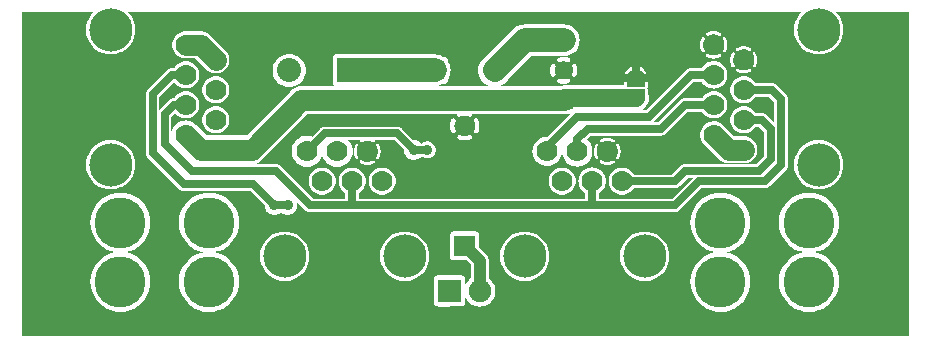
<source format=gbr>
G04 start of page 2 for group 0 idx 0 *
G04 Title: (unknown), component *
G04 Creator: pcb 20140316 *
G04 CreationDate: Thu 20 Aug 2020 03:13:35 AM GMT UTC *
G04 For: railfan *
G04 Format: Gerber/RS-274X *
G04 PCB-Dimensions (mil): 3000.00 1125.00 *
G04 PCB-Coordinate-Origin: lower left *
%MOIN*%
%FSLAX25Y25*%
%LNTOP*%
%ADD29C,0.0480*%
%ADD28C,0.0380*%
%ADD27C,0.0430*%
%ADD26C,0.1280*%
%ADD25C,0.0300*%
%ADD24C,0.0730*%
%ADD23C,0.0200*%
%ADD22C,0.0360*%
%ADD21R,0.0300X0.0300*%
%ADD20C,0.0680*%
%ADD19C,0.0750*%
%ADD18C,0.1440*%
%ADD17C,0.1700*%
%ADD16C,0.0600*%
%ADD15C,0.0800*%
%ADD14C,0.0400*%
%ADD13C,0.0250*%
%ADD12C,0.0700*%
%ADD11C,0.0001*%
G54D11*G36*
X264735Y96477D02*X265458Y96177D01*
X266713Y95876D01*
X268000Y95775D01*
X269287Y95876D01*
X270542Y96177D01*
X271734Y96671D01*
X272835Y97346D01*
X273816Y98184D01*
X274654Y99165D01*
X275329Y100266D01*
X275823Y101458D01*
X276124Y102713D01*
X276200Y104000D01*
X276124Y105287D01*
X275823Y106542D01*
X275329Y107734D01*
X274654Y108835D01*
X273816Y109816D01*
X273601Y110000D01*
X298000D01*
Y2000D01*
X264735D01*
Y9970D01*
X264750Y9969D01*
X266319Y10093D01*
X267850Y10460D01*
X269304Y11062D01*
X270646Y11885D01*
X271843Y12907D01*
X272865Y14104D01*
X273688Y15446D01*
X274290Y16900D01*
X274657Y18431D01*
X274750Y20000D01*
X274657Y21569D01*
X274290Y23100D01*
X273688Y24554D01*
X272865Y25896D01*
X271843Y27093D01*
X270646Y28115D01*
X269304Y28938D01*
X267850Y29540D01*
X266558Y29850D01*
X267850Y30160D01*
X269304Y30762D01*
X270646Y31585D01*
X271843Y32607D01*
X272865Y33804D01*
X273688Y35146D01*
X274290Y36600D01*
X274657Y38131D01*
X274750Y39700D01*
X274657Y41269D01*
X274290Y42800D01*
X273688Y44254D01*
X272865Y45596D01*
X271843Y46793D01*
X270646Y47815D01*
X269304Y48638D01*
X267850Y49240D01*
X266319Y49607D01*
X264750Y49731D01*
X264735Y49730D01*
Y51477D01*
X265458Y51177D01*
X266713Y50876D01*
X268000Y50775D01*
X269287Y50876D01*
X270542Y51177D01*
X271734Y51671D01*
X272835Y52346D01*
X273816Y53184D01*
X274654Y54165D01*
X275329Y55266D01*
X275823Y56458D01*
X276124Y57713D01*
X276200Y59000D01*
X276124Y60287D01*
X275823Y61542D01*
X275329Y62734D01*
X274654Y63835D01*
X273816Y64816D01*
X272835Y65654D01*
X271734Y66329D01*
X270542Y66823D01*
X269287Y67124D01*
X268000Y67225D01*
X266713Y67124D01*
X265458Y66823D01*
X264735Y66523D01*
Y96477D01*
G37*
G36*
X243002Y69486D02*X243706Y69542D01*
X244395Y69707D01*
X245049Y69978D01*
X245653Y70348D01*
X246192Y70808D01*
X246652Y71347D01*
X246899Y71750D01*
X248068D01*
X249750Y70068D01*
Y61932D01*
X247068Y59250D01*
X243002D01*
Y59486D01*
X243706Y59542D01*
X243706Y59542D01*
X244395Y59707D01*
X245049Y59978D01*
X245653Y60348D01*
X246192Y60808D01*
X246652Y61347D01*
X247022Y61951D01*
X247293Y62605D01*
X247458Y63294D01*
X247514Y64000D01*
X247458Y64706D01*
X247293Y65395D01*
X247022Y66049D01*
X246652Y66653D01*
X246192Y67192D01*
X245653Y67652D01*
X245049Y68022D01*
X244395Y68293D01*
X243706Y68458D01*
X243706Y68458D01*
X243002Y68514D01*
Y69486D01*
G37*
G36*
Y79486D02*X243706Y79542D01*
X244395Y79707D01*
X245049Y79978D01*
X245653Y80348D01*
X246192Y80808D01*
X246652Y81347D01*
X246899Y81750D01*
X251568D01*
X253250Y80068D01*
Y72932D01*
X250653Y75529D01*
X250596Y75596D01*
X250327Y75826D01*
X250025Y76011D01*
X249697Y76146D01*
X249353Y76229D01*
X249353Y76229D01*
X249000Y76257D01*
X248912Y76250D01*
X246899D01*
X246652Y76653D01*
X246192Y77192D01*
X245653Y77652D01*
X245049Y78022D01*
X244395Y78293D01*
X243706Y78458D01*
X243002Y78514D01*
Y79486D01*
G37*
G36*
X246720Y110000D02*X262399D01*
X262184Y109816D01*
X261346Y108835D01*
X260671Y107734D01*
X260177Y106542D01*
X259876Y105287D01*
X259775Y104000D01*
X259876Y102713D01*
X260177Y101458D01*
X260671Y100266D01*
X261346Y99165D01*
X262184Y98184D01*
X263165Y97346D01*
X264266Y96671D01*
X264735Y96477D01*
Y66523D01*
X264266Y66329D01*
X263165Y65654D01*
X262184Y64816D01*
X261346Y63835D01*
X260671Y62734D01*
X260177Y61542D01*
X259876Y60287D01*
X259775Y59000D01*
X259876Y57713D01*
X260177Y56458D01*
X260671Y55266D01*
X261346Y54165D01*
X262184Y53184D01*
X263165Y52346D01*
X264266Y51671D01*
X264735Y51477D01*
Y49730D01*
X263181Y49607D01*
X261650Y49240D01*
X260196Y48638D01*
X258854Y47815D01*
X257657Y46793D01*
X256635Y45596D01*
X255812Y44254D01*
X255210Y42800D01*
X254843Y41269D01*
X254719Y39700D01*
X254843Y38131D01*
X255210Y36600D01*
X255812Y35146D01*
X256635Y33804D01*
X257657Y32607D01*
X258854Y31585D01*
X260196Y30762D01*
X261650Y30160D01*
X262942Y29850D01*
X261650Y29540D01*
X260196Y28938D01*
X258854Y28115D01*
X257657Y27093D01*
X256635Y25896D01*
X255812Y24554D01*
X255210Y23100D01*
X254843Y21569D01*
X254719Y20000D01*
X254843Y18431D01*
X255210Y16900D01*
X255812Y15446D01*
X256635Y14104D01*
X257657Y12907D01*
X258854Y11885D01*
X260196Y11062D01*
X261650Y10460D01*
X263181Y10093D01*
X264735Y9970D01*
Y2000D01*
X246720D01*
Y51250D01*
X249912D01*
X250000Y51243D01*
X250353Y51271D01*
X250353Y51271D01*
X250697Y51354D01*
X251025Y51489D01*
X251327Y51674D01*
X251596Y51904D01*
X251653Y51971D01*
X257029Y57347D01*
X257096Y57404D01*
X257326Y57673D01*
X257326Y57673D01*
X257511Y57975D01*
X257646Y58303D01*
X257729Y58647D01*
X257757Y59000D01*
X257750Y59088D01*
Y80912D01*
X257757Y81000D01*
X257729Y81353D01*
X257729Y81353D01*
X257646Y81697D01*
X257511Y82025D01*
X257326Y82327D01*
X257096Y82596D01*
X257029Y82653D01*
X254153Y85529D01*
X254096Y85596D01*
X253827Y85826D01*
X253525Y86011D01*
X253197Y86146D01*
X252853Y86229D01*
X252853Y86229D01*
X252500Y86257D01*
X252412Y86250D01*
X246899D01*
X246720Y86541D01*
Y91544D01*
X246771Y91583D01*
X246826Y91639D01*
X246870Y91704D01*
X247064Y92056D01*
X247221Y92426D01*
X247344Y92809D01*
X247433Y93200D01*
X247487Y93599D01*
X247504Y94000D01*
X247487Y94401D01*
X247433Y94800D01*
X247344Y95191D01*
X247221Y95574D01*
X247064Y95944D01*
X246874Y96298D01*
X246829Y96363D01*
X246774Y96420D01*
X246720Y96460D01*
Y110000D01*
G37*
G36*
Y2000D02*X243002D01*
Y13679D01*
X243365Y14104D01*
X244188Y15446D01*
X244790Y16900D01*
X245157Y18431D01*
X245250Y20000D01*
X245157Y21569D01*
X244790Y23100D01*
X244188Y24554D01*
X243365Y25896D01*
X243002Y26321D01*
Y33379D01*
X243365Y33804D01*
X244188Y35146D01*
X244790Y36600D01*
X245157Y38131D01*
X245250Y39700D01*
X245157Y41269D01*
X244790Y42800D01*
X244188Y44254D01*
X243365Y45596D01*
X243002Y46021D01*
Y51250D01*
X246720D01*
Y2000D01*
G37*
G36*
X243002Y110000D02*X246720D01*
Y96460D01*
X246710Y96468D01*
X246640Y96504D01*
X246565Y96530D01*
X246487Y96544D01*
X246408Y96545D01*
X246329Y96533D01*
X246254Y96510D01*
X246183Y96475D01*
X246118Y96429D01*
X246061Y96374D01*
X246013Y96311D01*
X245976Y96241D01*
X245951Y96166D01*
X245937Y96088D01*
X245936Y96008D01*
X245948Y95930D01*
X245971Y95854D01*
X246007Y95784D01*
X246157Y95510D01*
X246279Y95223D01*
X246375Y94926D01*
X246444Y94621D01*
X246486Y94312D01*
X246500Y94000D01*
X246486Y93688D01*
X246444Y93379D01*
X246375Y93074D01*
X246279Y92777D01*
X246157Y92490D01*
X246010Y92214D01*
X245974Y92145D01*
X245951Y92069D01*
X245940Y91991D01*
X245941Y91913D01*
X245954Y91835D01*
X245980Y91761D01*
X246016Y91691D01*
X246064Y91628D01*
X246120Y91573D01*
X246184Y91528D01*
X246255Y91493D01*
X246330Y91470D01*
X246408Y91459D01*
X246487Y91460D01*
X246564Y91473D01*
X246639Y91499D01*
X246708Y91535D01*
X246720Y91544D01*
Y86541D01*
X246652Y86653D01*
X246192Y87192D01*
X245653Y87652D01*
X245049Y88022D01*
X244395Y88293D01*
X243706Y88458D01*
X243002Y88514D01*
Y89496D01*
X243401Y89513D01*
X243800Y89567D01*
X244191Y89656D01*
X244574Y89779D01*
X244944Y89936D01*
X245298Y90126D01*
X245363Y90171D01*
X245420Y90226D01*
X245468Y90290D01*
X245504Y90360D01*
X245530Y90435D01*
X245544Y90513D01*
X245545Y90592D01*
X245533Y90671D01*
X245510Y90746D01*
X245475Y90817D01*
X245429Y90882D01*
X245374Y90939D01*
X245311Y90987D01*
X245241Y91024D01*
X245166Y91049D01*
X245088Y91063D01*
X245008Y91064D01*
X244930Y91052D01*
X244854Y91029D01*
X244784Y90993D01*
X244510Y90843D01*
X244223Y90721D01*
X243926Y90625D01*
X243621Y90556D01*
X243312Y90514D01*
X243002Y90500D01*
Y97500D01*
X243312Y97486D01*
X243621Y97444D01*
X243926Y97375D01*
X244223Y97279D01*
X244510Y97157D01*
X244786Y97010D01*
X244855Y96974D01*
X244931Y96951D01*
X245009Y96940D01*
X245087Y96941D01*
X245165Y96954D01*
X245239Y96980D01*
X245309Y97016D01*
X245372Y97064D01*
X245427Y97120D01*
X245472Y97184D01*
X245507Y97255D01*
X245530Y97330D01*
X245541Y97408D01*
X245540Y97487D01*
X245527Y97564D01*
X245501Y97639D01*
X245465Y97708D01*
X245417Y97771D01*
X245361Y97826D01*
X245296Y97870D01*
X244944Y98064D01*
X244574Y98221D01*
X244191Y98344D01*
X243800Y98433D01*
X243401Y98487D01*
X243002Y98504D01*
Y110000D01*
G37*
G36*
Y59250D02*X241000D01*
X241000Y59250D01*
X238000D01*
Y59486D01*
X238000D01*
X238176Y59500D01*
X242824D01*
X243000Y59486D01*
X243002Y59486D01*
Y59250D01*
G37*
G36*
Y46021D02*X242343Y46793D01*
X241146Y47815D01*
X239804Y48638D01*
X238350Y49240D01*
X238000Y49324D01*
Y51250D01*
X243002D01*
Y46021D01*
G37*
G36*
Y26321D02*X242343Y27093D01*
X241146Y28115D01*
X239804Y28938D01*
X238350Y29540D01*
X238000Y29624D01*
Y30076D01*
X238350Y30160D01*
X239804Y30762D01*
X241146Y31585D01*
X242343Y32607D01*
X243002Y33379D01*
Y26321D01*
G37*
G36*
Y2000D02*X238000D01*
Y10376D01*
X238350Y10460D01*
X239804Y11062D01*
X241146Y11885D01*
X242343Y12907D01*
X243002Y13679D01*
Y2000D01*
G37*
G36*
X239280Y71459D02*X239348Y71347D01*
X239808Y70808D01*
X240347Y70348D01*
X240951Y69978D01*
X241605Y69707D01*
X242294Y69542D01*
X243000Y69486D01*
X243002Y69486D01*
Y68514D01*
X243000Y68514D01*
X242824Y68500D01*
X239864D01*
X239280Y69084D01*
Y71459D01*
G37*
G36*
Y81459D02*X239348Y81347D01*
X239808Y80808D01*
X240347Y80348D01*
X240951Y79978D01*
X241605Y79707D01*
X242294Y79542D01*
X243000Y79486D01*
X243002Y79486D01*
Y78514D01*
X243000Y78514D01*
X242294Y78458D01*
X241605Y78293D01*
X240951Y78022D01*
X240347Y77652D01*
X239808Y77192D01*
X239348Y76653D01*
X239280Y76541D01*
Y81459D01*
G37*
G36*
Y110000D02*X243002D01*
Y98504D01*
X243000Y98504D01*
X242599Y98487D01*
X242200Y98433D01*
X241809Y98344D01*
X241426Y98221D01*
X241056Y98064D01*
X240702Y97874D01*
X240637Y97829D01*
X240580Y97774D01*
X240532Y97710D01*
X240496Y97640D01*
X240470Y97565D01*
X240456Y97487D01*
X240455Y97408D01*
X240467Y97329D01*
X240490Y97254D01*
X240525Y97183D01*
X240571Y97118D01*
X240626Y97061D01*
X240689Y97013D01*
X240759Y96976D01*
X240834Y96951D01*
X240912Y96937D01*
X240992Y96936D01*
X241070Y96948D01*
X241146Y96971D01*
X241216Y97007D01*
X241490Y97157D01*
X241777Y97279D01*
X242074Y97375D01*
X242379Y97444D01*
X242688Y97486D01*
X243000Y97500D01*
X243002Y97500D01*
Y90500D01*
X243000Y90500D01*
X242688Y90514D01*
X242379Y90556D01*
X242074Y90625D01*
X241777Y90721D01*
X241490Y90843D01*
X241214Y90990D01*
X241145Y91026D01*
X241069Y91049D01*
X240991Y91060D01*
X240913Y91059D01*
X240835Y91046D01*
X240761Y91020D01*
X240691Y90984D01*
X240628Y90936D01*
X240573Y90880D01*
X240528Y90816D01*
X240493Y90745D01*
X240470Y90670D01*
X240459Y90592D01*
X240460Y90513D01*
X240473Y90436D01*
X240499Y90361D01*
X240535Y90292D01*
X240583Y90229D01*
X240639Y90174D01*
X240704Y90130D01*
X241056Y89936D01*
X241426Y89779D01*
X241809Y89656D01*
X242200Y89567D01*
X242599Y89513D01*
X243000Y89496D01*
X243002Y89496D01*
Y88514D01*
X243000Y88514D01*
X242294Y88458D01*
X241605Y88293D01*
X240951Y88022D01*
X240347Y87652D01*
X239808Y87192D01*
X239348Y86653D01*
X239280Y86541D01*
Y91540D01*
X239290Y91532D01*
X239360Y91496D01*
X239435Y91470D01*
X239513Y91456D01*
X239592Y91455D01*
X239671Y91467D01*
X239746Y91490D01*
X239817Y91525D01*
X239882Y91571D01*
X239939Y91626D01*
X239987Y91689D01*
X240024Y91759D01*
X240049Y91834D01*
X240063Y91912D01*
X240064Y91992D01*
X240052Y92070D01*
X240029Y92146D01*
X239993Y92216D01*
X239843Y92490D01*
X239721Y92777D01*
X239625Y93074D01*
X239556Y93379D01*
X239514Y93688D01*
X239500Y94000D01*
X239514Y94312D01*
X239556Y94621D01*
X239625Y94926D01*
X239721Y95223D01*
X239843Y95510D01*
X239990Y95786D01*
X240026Y95855D01*
X240049Y95931D01*
X240060Y96009D01*
X240059Y96087D01*
X240046Y96165D01*
X240020Y96239D01*
X239984Y96309D01*
X239936Y96372D01*
X239880Y96427D01*
X239816Y96472D01*
X239745Y96507D01*
X239670Y96530D01*
X239592Y96541D01*
X239513Y96540D01*
X239436Y96527D01*
X239361Y96501D01*
X239292Y96465D01*
X239280Y96456D01*
Y110000D01*
G37*
G36*
X238000D02*X239280D01*
Y96456D01*
X239229Y96417D01*
X239174Y96361D01*
X239130Y96296D01*
X238936Y95944D01*
X238779Y95574D01*
X238656Y95191D01*
X238567Y94800D01*
X238513Y94401D01*
X238496Y94000D01*
X238513Y93599D01*
X238567Y93200D01*
X238656Y92809D01*
X238779Y92426D01*
X238936Y92056D01*
X239126Y91702D01*
X239171Y91637D01*
X239226Y91580D01*
X239280Y91540D01*
Y86541D01*
X238978Y86049D01*
X238707Y85395D01*
X238542Y84706D01*
X238486Y84000D01*
X238542Y83294D01*
X238707Y82605D01*
X238978Y81951D01*
X239280Y81459D01*
Y76541D01*
X238978Y76049D01*
X238707Y75395D01*
X238542Y74706D01*
X238486Y74000D01*
X238542Y73294D01*
X238707Y72605D01*
X238978Y71951D01*
X239280Y71459D01*
Y69084D01*
X238000Y70364D01*
Y110000D01*
G37*
G36*
Y29624D02*X237058Y29850D01*
X238000Y30076D01*
Y29624D01*
G37*
G36*
X62000Y30076D02*X62942Y29850D01*
X62000Y29624D01*
Y30076D01*
G37*
G36*
X150000Y27107D02*X150649Y27108D01*
X152000Y25757D01*
Y21319D01*
X151905Y21260D01*
X151276Y20724D01*
X150740Y20095D01*
X150308Y19391D01*
X150239Y19225D01*
X150236Y20985D01*
X150181Y21215D01*
X150091Y21433D01*
X150000Y21581D01*
Y27107D01*
G37*
G36*
X209987Y43250D02*X219912D01*
X220000Y43243D01*
X220353Y43271D01*
X220353Y43271D01*
X220697Y43354D01*
X221025Y43489D01*
X221327Y43674D01*
X221596Y43904D01*
X221653Y43971D01*
X228932Y51250D01*
X238000D01*
Y49324D01*
X236819Y49607D01*
X235250Y49731D01*
X233681Y49607D01*
X232150Y49240D01*
X230696Y48638D01*
X229354Y47815D01*
X228157Y46793D01*
X227135Y45596D01*
X226312Y44254D01*
X225710Y42800D01*
X225343Y41269D01*
X225219Y39700D01*
X225343Y38131D01*
X225710Y36600D01*
X226312Y35146D01*
X227135Y33804D01*
X228157Y32607D01*
X229354Y31585D01*
X230696Y30762D01*
X232150Y30160D01*
X233442Y29850D01*
X232150Y29540D01*
X230696Y28938D01*
X229354Y28115D01*
X228157Y27093D01*
X227135Y25896D01*
X226312Y24554D01*
X225710Y23100D01*
X225343Y21569D01*
X225219Y20000D01*
X225343Y18431D01*
X225710Y16900D01*
X226312Y15446D01*
X227135Y14104D01*
X228157Y12907D01*
X229354Y11885D01*
X230696Y11062D01*
X232150Y10460D01*
X233681Y10093D01*
X235250Y9969D01*
X236819Y10093D01*
X238000Y10376D01*
Y2000D01*
X209987D01*
Y20276D01*
X210000Y20275D01*
X211287Y20376D01*
X212542Y20677D01*
X213734Y21171D01*
X214835Y21846D01*
X215816Y22684D01*
X216654Y23665D01*
X217329Y24766D01*
X217823Y25958D01*
X218124Y27213D01*
X218200Y28500D01*
X218124Y29787D01*
X217823Y31042D01*
X217329Y32234D01*
X216654Y33335D01*
X215816Y34316D01*
X214835Y35154D01*
X213734Y35829D01*
X212542Y36323D01*
X211287Y36624D01*
X210000Y36725D01*
X209987Y36724D01*
Y43250D01*
G37*
G36*
X169987Y43250D02*X192412D01*
X192500Y43243D01*
X192588Y43250D01*
X206500D01*
X206500Y43250D01*
X209987D01*
Y36724D01*
X208713Y36624D01*
X207458Y36323D01*
X206266Y35829D01*
X205165Y35154D01*
X204184Y34316D01*
X203346Y33335D01*
X202671Y32234D01*
X202177Y31042D01*
X201876Y29787D01*
X201775Y28500D01*
X201876Y27213D01*
X202177Y25958D01*
X202671Y24766D01*
X203346Y23665D01*
X204184Y22684D01*
X205165Y21846D01*
X206266Y21171D01*
X207458Y20677D01*
X208713Y20376D01*
X209987Y20276D01*
Y2000D01*
X169987D01*
Y20276D01*
X170000Y20275D01*
X171287Y20376D01*
X172542Y20677D01*
X173734Y21171D01*
X174835Y21846D01*
X175816Y22684D01*
X176654Y23665D01*
X177329Y24766D01*
X177823Y25958D01*
X178124Y27213D01*
X178200Y28500D01*
X178124Y29787D01*
X177823Y31042D01*
X177329Y32234D01*
X176654Y33335D01*
X175816Y34316D01*
X174835Y35154D01*
X173734Y35829D01*
X172542Y36323D01*
X171287Y36624D01*
X170000Y36725D01*
X169987Y36724D01*
Y43250D01*
G37*
G36*
X150000D02*X169987D01*
Y36724D01*
X168713Y36624D01*
X167458Y36323D01*
X166266Y35829D01*
X165165Y35154D01*
X164184Y34316D01*
X163346Y33335D01*
X162671Y32234D01*
X162177Y31042D01*
X161876Y29787D01*
X161775Y28500D01*
X161876Y27213D01*
X162177Y25958D01*
X162671Y24766D01*
X163346Y23665D01*
X164184Y22684D01*
X165165Y21846D01*
X166266Y21171D01*
X167458Y20677D01*
X168713Y20376D01*
X169987Y20276D01*
Y2000D01*
X150000D01*
Y12419D01*
X150091Y12567D01*
X150181Y12785D01*
X150236Y13015D01*
X150250Y13250D01*
X150247Y14755D01*
X150308Y14609D01*
X150740Y13905D01*
X151276Y13276D01*
X151905Y12740D01*
X152609Y12308D01*
X153373Y11992D01*
X154176Y11799D01*
X155000Y11734D01*
X155824Y11799D01*
X156627Y11992D01*
X157391Y12308D01*
X158095Y12740D01*
X158724Y13276D01*
X159260Y13905D01*
X159692Y14609D01*
X160008Y15373D01*
X160201Y16176D01*
X160250Y17000D01*
X160201Y17824D01*
X160008Y18627D01*
X159692Y19391D01*
X159260Y20095D01*
X158724Y20724D01*
X158095Y21260D01*
X158000Y21319D01*
Y26882D01*
X158009Y27000D01*
X157972Y27471D01*
X157972Y27471D01*
X157862Y27930D01*
X157681Y28366D01*
X157435Y28769D01*
X157128Y29128D01*
X157038Y29204D01*
X154895Y31348D01*
X154886Y35635D01*
X154831Y35865D01*
X154741Y36083D01*
X154617Y36284D01*
X154464Y36464D01*
X154284Y36617D01*
X154083Y36741D01*
X153865Y36831D01*
X153635Y36886D01*
X153400Y36900D01*
X150000Y36893D01*
Y43250D01*
G37*
G36*
X129987D02*X150000D01*
Y36893D01*
X146365Y36886D01*
X146135Y36831D01*
X145917Y36741D01*
X145716Y36617D01*
X145536Y36464D01*
X145383Y36284D01*
X145259Y36083D01*
X145169Y35865D01*
X145114Y35635D01*
X145100Y35400D01*
X145114Y28365D01*
X145169Y28135D01*
X145259Y27917D01*
X145383Y27716D01*
X145536Y27536D01*
X145716Y27383D01*
X145917Y27259D01*
X146135Y27169D01*
X146365Y27114D01*
X146600Y27100D01*
X150000Y27107D01*
Y21581D01*
X149967Y21634D01*
X149814Y21814D01*
X149634Y21967D01*
X149433Y22091D01*
X149215Y22181D01*
X148985Y22236D01*
X148750Y22250D01*
X141015Y22236D01*
X140785Y22181D01*
X140567Y22091D01*
X140366Y21967D01*
X140186Y21814D01*
X140033Y21634D01*
X139909Y21433D01*
X139819Y21215D01*
X139764Y20985D01*
X139750Y20750D01*
X139764Y13015D01*
X139819Y12785D01*
X139909Y12567D01*
X140033Y12366D01*
X140186Y12186D01*
X140366Y12033D01*
X140567Y11909D01*
X140785Y11819D01*
X141015Y11764D01*
X141250Y11750D01*
X148985Y11764D01*
X149215Y11819D01*
X149433Y11909D01*
X149634Y12033D01*
X149814Y12186D01*
X149967Y12366D01*
X150000Y12419D01*
Y2000D01*
X129987D01*
Y20276D01*
X130000Y20275D01*
X131287Y20376D01*
X132542Y20677D01*
X133734Y21171D01*
X134835Y21846D01*
X135816Y22684D01*
X136654Y23665D01*
X137329Y24766D01*
X137823Y25958D01*
X138124Y27213D01*
X138200Y28500D01*
X138124Y29787D01*
X137823Y31042D01*
X137329Y32234D01*
X136654Y33335D01*
X135816Y34316D01*
X134835Y35154D01*
X133734Y35829D01*
X132542Y36323D01*
X131287Y36624D01*
X130000Y36725D01*
X129987Y36724D01*
Y43250D01*
G37*
G36*
X89987Y42564D02*X90039Y42543D01*
X90514Y42429D01*
X91000Y42390D01*
X91486Y42429D01*
X91961Y42543D01*
X92412Y42729D01*
X92828Y42984D01*
X93199Y43301D01*
X93516Y43672D01*
X93771Y44088D01*
X93957Y44539D01*
X94071Y45014D01*
X94100Y45500D01*
X94071Y45986D01*
X93957Y46461D01*
X93771Y46912D01*
X93556Y47262D01*
X96847Y43971D01*
X96904Y43904D01*
X97173Y43674D01*
X97173Y43674D01*
X97361Y43559D01*
X97475Y43489D01*
X97803Y43354D01*
X98147Y43271D01*
X98147D01*
X98500Y43243D01*
X98588Y43250D01*
X112412D01*
X112500Y43243D01*
X112588Y43250D01*
X129987D01*
Y36724D01*
X128713Y36624D01*
X127458Y36323D01*
X126266Y35829D01*
X125165Y35154D01*
X124184Y34316D01*
X123346Y33335D01*
X122671Y32234D01*
X122177Y31042D01*
X121876Y29787D01*
X121775Y28500D01*
X121876Y27213D01*
X122177Y25958D01*
X122671Y24766D01*
X123346Y23665D01*
X124184Y22684D01*
X125165Y21846D01*
X126266Y21171D01*
X127458Y20677D01*
X128713Y20376D01*
X129987Y20276D01*
Y2000D01*
X89987D01*
Y20276D01*
X90000Y20275D01*
X91287Y20376D01*
X92542Y20677D01*
X93734Y21171D01*
X94835Y21846D01*
X95816Y22684D01*
X96654Y23665D01*
X97329Y24766D01*
X97823Y25958D01*
X98124Y27213D01*
X98200Y28500D01*
X98124Y29787D01*
X97823Y31042D01*
X97329Y32234D01*
X96654Y33335D01*
X95816Y34316D01*
X94835Y35154D01*
X93734Y35829D01*
X92542Y36323D01*
X91287Y36624D01*
X90000Y36725D01*
X89987Y36724D01*
Y42564D01*
G37*
G36*
X62000Y50250D02*X78568D01*
X83292Y45526D01*
X83290Y45500D01*
X83330Y44998D01*
X83447Y44508D01*
X83640Y44043D01*
X83903Y43613D01*
X84230Y43230D01*
X84613Y42903D01*
X85043Y42640D01*
X85508Y42447D01*
X85998Y42330D01*
X86500Y42290D01*
X87002Y42330D01*
X87492Y42447D01*
X87957Y42640D01*
X88387Y42903D01*
X88770Y43230D01*
X88787Y43250D01*
X88861D01*
X89172Y42984D01*
X89588Y42729D01*
X89987Y42564D01*
Y36724D01*
X88713Y36624D01*
X87458Y36323D01*
X86266Y35829D01*
X85165Y35154D01*
X84184Y34316D01*
X83346Y33335D01*
X82671Y32234D01*
X82177Y31042D01*
X81876Y29787D01*
X81775Y28500D01*
X81876Y27213D01*
X82177Y25958D01*
X82671Y24766D01*
X83346Y23665D01*
X84184Y22684D01*
X85165Y21846D01*
X86266Y21171D01*
X87458Y20677D01*
X88713Y20376D01*
X89987Y20276D01*
Y2000D01*
X62000D01*
Y10376D01*
X63181Y10093D01*
X64750Y9969D01*
X66319Y10093D01*
X67850Y10460D01*
X69304Y11062D01*
X70646Y11885D01*
X71843Y12907D01*
X72865Y14104D01*
X73688Y15446D01*
X74290Y16900D01*
X74657Y18431D01*
X74750Y20000D01*
X74657Y21569D01*
X74290Y23100D01*
X73688Y24554D01*
X72865Y25896D01*
X71843Y27093D01*
X70646Y28115D01*
X69304Y28938D01*
X67850Y29540D01*
X66558Y29850D01*
X67850Y30160D01*
X69304Y30762D01*
X70646Y31585D01*
X71843Y32607D01*
X72865Y33804D01*
X73688Y35146D01*
X74290Y36600D01*
X74657Y38131D01*
X74750Y39700D01*
X74657Y41269D01*
X74290Y42800D01*
X73688Y44254D01*
X72865Y45596D01*
X71843Y46793D01*
X70646Y47815D01*
X69304Y48638D01*
X67850Y49240D01*
X66319Y49607D01*
X64750Y49731D01*
X63181Y49607D01*
X62000Y49324D01*
Y50250D01*
G37*
G36*
X182493Y75800D02*X183000D01*
X183738Y75844D01*
X184430Y76010D01*
X185330Y76012D01*
X182493Y73175D01*
Y75800D01*
G37*
G36*
X201220Y49179D02*X201794Y49042D01*
X202500Y48986D01*
X203206Y49042D01*
X203895Y49207D01*
X204549Y49478D01*
X205153Y49848D01*
X205692Y50308D01*
X206152Y50847D01*
X206399Y51250D01*
X219912D01*
X220000Y51243D01*
X220353Y51271D01*
X220353Y51271D01*
X220697Y51354D01*
X221025Y51489D01*
X221327Y51674D01*
X221596Y51904D01*
X221653Y51971D01*
X224432Y54750D01*
X226068D01*
X219068Y47750D01*
X206500D01*
X206500Y47750D01*
X201220D01*
Y49179D01*
G37*
G36*
X233002Y62634D02*X234693Y60943D01*
X234808Y60808D01*
X235347Y60348D01*
X235347Y60348D01*
X235581Y60205D01*
X235951Y59978D01*
X236222Y59866D01*
X236605Y59707D01*
X237129Y59581D01*
X237294Y59542D01*
X237294D01*
X238000Y59486D01*
Y59250D01*
X233002D01*
Y62634D01*
G37*
G36*
X236786Y110000D02*X238000D01*
Y70364D01*
X236786Y71578D01*
Y76566D01*
X237022Y76951D01*
X237293Y77605D01*
X237458Y78294D01*
X237500Y79000D01*
X237458Y79706D01*
X237293Y80395D01*
X237022Y81049D01*
X236786Y81434D01*
Y86374D01*
X237111Y86905D01*
X237388Y87574D01*
X237557Y88278D01*
X237600Y89000D01*
X237557Y89722D01*
X237388Y90426D01*
X237111Y91095D01*
X236786Y91626D01*
Y96524D01*
X236832Y96550D01*
X236900Y96603D01*
X236959Y96667D01*
X237006Y96739D01*
X237204Y97121D01*
X237361Y97521D01*
X237480Y97934D01*
X237560Y98357D01*
X237600Y98785D01*
Y99215D01*
X237560Y99643D01*
X237480Y100066D01*
X237361Y100479D01*
X237204Y100879D01*
X237010Y101263D01*
X236962Y101336D01*
X236903Y101400D01*
X236834Y101453D01*
X236786Y101480D01*
Y110000D01*
G37*
G36*
Y81434D02*X236652Y81653D01*
X236192Y82192D01*
X235653Y82652D01*
X235049Y83022D01*
X234395Y83293D01*
X233706Y83458D01*
X233002Y83514D01*
Y84386D01*
X233722Y84443D01*
X234426Y84612D01*
X235095Y84889D01*
X235712Y85267D01*
X236263Y85737D01*
X236733Y86288D01*
X236786Y86374D01*
Y81434D01*
G37*
G36*
Y71578D02*X236307Y72057D01*
X236192Y72192D01*
X235653Y72652D01*
X235653Y72652D01*
X235049Y73022D01*
X234395Y73293D01*
X233706Y73458D01*
X233002Y73514D01*
Y74486D01*
X233706Y74542D01*
X234395Y74707D01*
X235049Y74978D01*
X235653Y75348D01*
X236192Y75808D01*
X236652Y76347D01*
X236786Y76566D01*
Y71578D01*
G37*
G36*
X233002Y110000D02*X236786D01*
Y101480D01*
X236758Y101496D01*
X236676Y101526D01*
X236591Y101542D01*
X236503Y101546D01*
X236417Y101535D01*
X236333Y101511D01*
X236254Y101474D01*
X236182Y101426D01*
X236118Y101366D01*
X236064Y101298D01*
X236022Y101221D01*
X235992Y101140D01*
X235975Y101054D01*
X235972Y100967D01*
X235983Y100880D01*
X236007Y100797D01*
X236045Y100718D01*
X236195Y100428D01*
X236315Y100124D01*
X236405Y99810D01*
X236466Y99489D01*
X236496Y99163D01*
Y98837D01*
X236466Y98511D01*
X236405Y98190D01*
X236315Y97876D01*
X236195Y97572D01*
X236048Y97280D01*
X236010Y97202D01*
X235986Y97119D01*
X235976Y97033D01*
X235979Y96946D01*
X235996Y96861D01*
X236025Y96780D01*
X236067Y96704D01*
X236121Y96636D01*
X236184Y96577D01*
X236256Y96529D01*
X236334Y96493D01*
X236418Y96469D01*
X236504Y96458D01*
X236590Y96461D01*
X236675Y96478D01*
X236756Y96508D01*
X236786Y96524D01*
Y91626D01*
X236733Y91712D01*
X236263Y92263D01*
X235712Y92733D01*
X235095Y93111D01*
X234426Y93388D01*
X233722Y93557D01*
X233002Y93614D01*
Y94400D01*
X233215D01*
X233643Y94440D01*
X234066Y94520D01*
X234479Y94639D01*
X234879Y94796D01*
X235263Y94990D01*
X235336Y95038D01*
X235400Y95097D01*
X235453Y95166D01*
X235496Y95242D01*
X235526Y95324D01*
X235542Y95409D01*
X235546Y95497D01*
X235535Y95583D01*
X235511Y95667D01*
X235474Y95746D01*
X235426Y95818D01*
X235366Y95882D01*
X235298Y95936D01*
X235221Y95978D01*
X235140Y96008D01*
X235054Y96025D01*
X234967Y96028D01*
X234880Y96017D01*
X234797Y95993D01*
X234718Y95955D01*
X234428Y95805D01*
X234124Y95685D01*
X233810Y95595D01*
X233489Y95534D01*
X233163Y95504D01*
X233002D01*
Y102496D01*
X233163D01*
X233489Y102466D01*
X233810Y102405D01*
X234124Y102315D01*
X234428Y102195D01*
X234720Y102048D01*
X234798Y102010D01*
X234881Y101986D01*
X234967Y101976D01*
X235054Y101979D01*
X235139Y101996D01*
X235220Y102025D01*
X235296Y102067D01*
X235364Y102121D01*
X235423Y102184D01*
X235471Y102256D01*
X235507Y102334D01*
X235531Y102418D01*
X235542Y102504D01*
X235539Y102590D01*
X235522Y102675D01*
X235492Y102756D01*
X235450Y102832D01*
X235397Y102900D01*
X235333Y102959D01*
X235261Y103006D01*
X234879Y103204D01*
X234479Y103361D01*
X234066Y103480D01*
X233643Y103560D01*
X233215Y103600D01*
X233002D01*
Y110000D01*
G37*
G36*
Y83514D02*X233000Y83514D01*
X232294Y83458D01*
X231605Y83293D01*
X230951Y83022D01*
X230347Y82652D01*
X229808Y82192D01*
X229348Y81653D01*
X229101Y81250D01*
X223588D01*
X223500Y81257D01*
X223147Y81229D01*
X222803Y81146D01*
X222475Y81011D01*
X222173Y80826D01*
X222173Y80826D01*
X221904Y80596D01*
X221847Y80529D01*
X214568Y73250D01*
X212915D01*
X213096Y73404D01*
X213153Y73471D01*
X226432Y86750D01*
X228984D01*
X229267Y86288D01*
X229737Y85737D01*
X230288Y85267D01*
X230905Y84889D01*
X231574Y84612D01*
X232278Y84443D01*
X233000Y84386D01*
X233002Y84386D01*
Y83514D01*
G37*
G36*
Y73514D02*X233000Y73514D01*
X232349Y73463D01*
X232294Y73458D01*
X232129Y73419D01*
X231605Y73293D01*
X231222Y73134D01*
X230951Y73022D01*
X230581Y72795D01*
X230347Y72652D01*
X229808Y72192D01*
X229348Y71653D01*
X228978Y71049D01*
X228707Y70395D01*
X228542Y69706D01*
X228486Y69000D01*
X228537Y68349D01*
X228542Y68294D01*
X228581Y68129D01*
X228707Y67605D01*
X228866Y67222D01*
X228978Y66951D01*
X229205Y66581D01*
X229348Y66347D01*
X229348Y66347D01*
X229808Y65808D01*
X229943Y65693D01*
X233002Y62634D01*
Y59250D01*
X223588D01*
X223500Y59257D01*
X223147Y59229D01*
X222803Y59146D01*
X222475Y59011D01*
X222173Y58826D01*
X222173Y58826D01*
X221904Y58596D01*
X221847Y58529D01*
X219068Y55750D01*
X206399D01*
X206152Y56153D01*
X205692Y56692D01*
X205153Y57152D01*
X204549Y57522D01*
X203895Y57793D01*
X203206Y57958D01*
X202500Y58014D01*
X201794Y57958D01*
X201220Y57821D01*
Y61044D01*
X201271Y61083D01*
X201326Y61139D01*
X201370Y61204D01*
X201564Y61556D01*
X201721Y61926D01*
X201844Y62309D01*
X201933Y62700D01*
X201987Y63099D01*
X202004Y63500D01*
X201987Y63901D01*
X201933Y64300D01*
X201844Y64691D01*
X201721Y65074D01*
X201564Y65444D01*
X201374Y65798D01*
X201329Y65863D01*
X201274Y65920D01*
X201220Y65960D01*
Y68750D01*
X215412D01*
X215500Y68743D01*
X215853Y68771D01*
X215853Y68771D01*
X216197Y68854D01*
X216525Y68989D01*
X216827Y69174D01*
X217096Y69404D01*
X217153Y69471D01*
X224432Y76750D01*
X229101D01*
X229348Y76347D01*
X229808Y75808D01*
X230347Y75348D01*
X230951Y74978D01*
X231605Y74707D01*
X232294Y74542D01*
X233000Y74486D01*
X233002Y74486D01*
Y73514D01*
G37*
G36*
X229214Y110000D02*X233002D01*
Y103600D01*
X232785D01*
X232357Y103560D01*
X231934Y103480D01*
X231521Y103361D01*
X231121Y103204D01*
X230737Y103010D01*
X230664Y102962D01*
X230600Y102903D01*
X230547Y102834D01*
X230504Y102758D01*
X230474Y102676D01*
X230458Y102591D01*
X230454Y102503D01*
X230465Y102417D01*
X230489Y102333D01*
X230526Y102254D01*
X230574Y102182D01*
X230634Y102118D01*
X230702Y102064D01*
X230779Y102022D01*
X230860Y101992D01*
X230946Y101975D01*
X231033Y101972D01*
X231120Y101983D01*
X231203Y102007D01*
X231282Y102045D01*
X231572Y102195D01*
X231876Y102315D01*
X232190Y102405D01*
X232511Y102466D01*
X232837Y102496D01*
X233002D01*
Y95504D01*
X232837D01*
X232511Y95534D01*
X232190Y95595D01*
X231876Y95685D01*
X231572Y95805D01*
X231280Y95952D01*
X231202Y95990D01*
X231119Y96014D01*
X231033Y96024D01*
X230946Y96021D01*
X230861Y96004D01*
X230780Y95975D01*
X230704Y95933D01*
X230636Y95879D01*
X230577Y95816D01*
X230529Y95744D01*
X230493Y95666D01*
X230469Y95582D01*
X230458Y95496D01*
X230461Y95410D01*
X230478Y95325D01*
X230508Y95244D01*
X230550Y95168D01*
X230603Y95100D01*
X230667Y95041D01*
X230739Y94994D01*
X231121Y94796D01*
X231521Y94639D01*
X231934Y94520D01*
X232357Y94440D01*
X232785Y94400D01*
X233002D01*
Y93614D01*
X233000Y93614D01*
X232278Y93557D01*
X231574Y93388D01*
X230905Y93111D01*
X230288Y92733D01*
X229737Y92263D01*
X229267Y91712D01*
X229214Y91626D01*
Y96520D01*
X229242Y96504D01*
X229324Y96474D01*
X229409Y96458D01*
X229497Y96454D01*
X229583Y96465D01*
X229667Y96489D01*
X229746Y96526D01*
X229818Y96574D01*
X229882Y96634D01*
X229936Y96702D01*
X229978Y96779D01*
X230008Y96860D01*
X230025Y96946D01*
X230028Y97033D01*
X230017Y97120D01*
X229993Y97203D01*
X229955Y97282D01*
X229805Y97572D01*
X229685Y97876D01*
X229595Y98190D01*
X229534Y98511D01*
X229504Y98837D01*
Y99163D01*
X229534Y99489D01*
X229595Y99810D01*
X229685Y100124D01*
X229805Y100428D01*
X229952Y100720D01*
X229990Y100798D01*
X230014Y100881D01*
X230024Y100967D01*
X230021Y101054D01*
X230004Y101139D01*
X229975Y101220D01*
X229933Y101296D01*
X229879Y101364D01*
X229816Y101423D01*
X229744Y101471D01*
X229666Y101507D01*
X229582Y101531D01*
X229496Y101542D01*
X229410Y101539D01*
X229325Y101522D01*
X229244Y101492D01*
X229214Y101476D01*
Y110000D01*
G37*
G36*
X201220D02*X229214D01*
Y101476D01*
X229168Y101450D01*
X229100Y101397D01*
X229041Y101333D01*
X228994Y101261D01*
X228796Y100879D01*
X228639Y100479D01*
X228520Y100066D01*
X228440Y99643D01*
X228400Y99215D01*
Y98785D01*
X228440Y98357D01*
X228520Y97934D01*
X228639Y97521D01*
X228796Y97121D01*
X228990Y96737D01*
X229038Y96664D01*
X229097Y96600D01*
X229166Y96547D01*
X229214Y96520D01*
Y91626D01*
X228984Y91250D01*
X225588D01*
X225500Y91257D01*
X225147Y91229D01*
X224803Y91146D01*
X224475Y91011D01*
X224173Y90826D01*
X224173Y90826D01*
X223904Y90596D01*
X223847Y90529D01*
X210568Y77250D01*
X209138D01*
X209594Y77529D01*
X210121Y77979D01*
X210571Y78506D01*
X210933Y79096D01*
X211198Y79736D01*
X211359Y80410D01*
X211414Y81100D01*
X211359Y81790D01*
X211198Y82464D01*
X210995Y82954D01*
X210991Y84257D01*
X210954Y84410D01*
X210917Y84500D01*
X210954Y84590D01*
X210991Y84743D01*
X211000Y84900D01*
X210992Y87758D01*
X211000Y87900D01*
X210991Y88057D01*
Y88057D01*
X210991Y88057D01*
X210963Y88528D01*
X210816Y89140D01*
X210575Y89722D01*
X210246Y90258D01*
X209837Y90737D01*
X209358Y91146D01*
X208822Y91475D01*
X208240Y91716D01*
X207628Y91863D01*
X207000Y91912D01*
X206372Y91863D01*
X205760Y91716D01*
X205178Y91475D01*
X204642Y91146D01*
X204163Y90737D01*
X203754Y90258D01*
X203425Y89722D01*
X203184Y89140D01*
X203037Y88528D01*
X202988Y87900D01*
X203000Y87737D01*
X203007Y85500D01*
X201220D01*
Y110000D01*
G37*
G36*
Y57821D02*X201105Y57793D01*
X200451Y57522D01*
X199847Y57152D01*
X199308Y56692D01*
X198848Y56153D01*
X198478Y55549D01*
X198207Y54895D01*
X198042Y54206D01*
X197986Y53500D01*
X198042Y52794D01*
X198207Y52105D01*
X198478Y51451D01*
X198848Y50847D01*
X199308Y50308D01*
X199847Y49848D01*
X200451Y49478D01*
X201105Y49207D01*
X201220Y49179D01*
Y47750D01*
X197502D01*
Y58996D01*
X197901Y59013D01*
X198300Y59067D01*
X198691Y59156D01*
X199074Y59279D01*
X199444Y59436D01*
X199798Y59626D01*
X199863Y59671D01*
X199920Y59726D01*
X199968Y59790D01*
X200004Y59860D01*
X200030Y59935D01*
X200044Y60013D01*
X200045Y60092D01*
X200033Y60171D01*
X200010Y60246D01*
X199975Y60317D01*
X199929Y60382D01*
X199874Y60439D01*
X199811Y60487D01*
X199741Y60524D01*
X199666Y60549D01*
X199588Y60563D01*
X199508Y60564D01*
X199430Y60552D01*
X199354Y60529D01*
X199284Y60493D01*
X199010Y60343D01*
X198723Y60221D01*
X198426Y60125D01*
X198121Y60056D01*
X197812Y60014D01*
X197502Y60000D01*
Y67000D01*
X197812Y66986D01*
X198121Y66944D01*
X198426Y66875D01*
X198723Y66779D01*
X199010Y66657D01*
X199286Y66510D01*
X199355Y66474D01*
X199431Y66451D01*
X199509Y66440D01*
X199587Y66441D01*
X199665Y66454D01*
X199739Y66480D01*
X199809Y66516D01*
X199872Y66564D01*
X199927Y66620D01*
X199972Y66684D01*
X200007Y66755D01*
X200030Y66830D01*
X200041Y66908D01*
X200040Y66987D01*
X200027Y67064D01*
X200001Y67139D01*
X199965Y67208D01*
X199917Y67271D01*
X199861Y67326D01*
X199796Y67370D01*
X199444Y67564D01*
X199074Y67721D01*
X198691Y67844D01*
X198300Y67933D01*
X197901Y67987D01*
X197502Y68004D01*
Y68750D01*
X201220D01*
Y65960D01*
X201210Y65968D01*
X201140Y66004D01*
X201065Y66030D01*
X200987Y66044D01*
X200908Y66045D01*
X200829Y66033D01*
X200754Y66010D01*
X200683Y65975D01*
X200618Y65929D01*
X200561Y65874D01*
X200513Y65811D01*
X200476Y65741D01*
X200451Y65666D01*
X200437Y65588D01*
X200436Y65508D01*
X200448Y65430D01*
X200471Y65354D01*
X200507Y65284D01*
X200657Y65010D01*
X200779Y64723D01*
X200875Y64426D01*
X200944Y64121D01*
X200986Y63812D01*
X201000Y63500D01*
X200986Y63188D01*
X200944Y62879D01*
X200875Y62574D01*
X200779Y62277D01*
X200657Y61990D01*
X200510Y61714D01*
X200474Y61645D01*
X200451Y61569D01*
X200440Y61491D01*
X200441Y61413D01*
X200454Y61335D01*
X200480Y61261D01*
X200516Y61191D01*
X200564Y61128D01*
X200620Y61073D01*
X200684Y61028D01*
X200755Y60993D01*
X200830Y60970D01*
X200908Y60959D01*
X200987Y60960D01*
X201064Y60973D01*
X201139Y60999D01*
X201208Y61035D01*
X201220Y61044D01*
Y57821D01*
G37*
G36*
X197502Y110000D02*X201220D01*
Y85500D01*
X197502D01*
Y110000D01*
G37*
G36*
Y47750D02*X194750D01*
Y49484D01*
X195212Y49767D01*
X195763Y50237D01*
X196233Y50788D01*
X196611Y51405D01*
X196888Y52074D01*
X197057Y52778D01*
X197100Y53500D01*
X197057Y54222D01*
X196888Y54926D01*
X196611Y55595D01*
X196233Y56212D01*
X195763Y56763D01*
X195212Y57233D01*
X194595Y57611D01*
X193926Y57888D01*
X193780Y57923D01*
Y61040D01*
X193790Y61032D01*
X193860Y60996D01*
X193935Y60970D01*
X194013Y60956D01*
X194092Y60955D01*
X194171Y60967D01*
X194246Y60990D01*
X194317Y61025D01*
X194382Y61071D01*
X194439Y61126D01*
X194487Y61189D01*
X194524Y61259D01*
X194549Y61334D01*
X194563Y61412D01*
X194564Y61492D01*
X194552Y61570D01*
X194529Y61646D01*
X194493Y61716D01*
X194343Y61990D01*
X194221Y62277D01*
X194125Y62574D01*
X194056Y62879D01*
X194014Y63188D01*
X194000Y63500D01*
X194014Y63812D01*
X194056Y64121D01*
X194125Y64426D01*
X194221Y64723D01*
X194343Y65010D01*
X194490Y65286D01*
X194526Y65355D01*
X194549Y65431D01*
X194560Y65509D01*
X194559Y65587D01*
X194546Y65665D01*
X194520Y65739D01*
X194484Y65809D01*
X194436Y65872D01*
X194380Y65927D01*
X194316Y65972D01*
X194245Y66007D01*
X194170Y66030D01*
X194092Y66041D01*
X194013Y66040D01*
X193936Y66027D01*
X193861Y66001D01*
X193792Y65965D01*
X193780Y65956D01*
Y68750D01*
X197502D01*
Y68004D01*
X197500Y68004D01*
X197099Y67987D01*
X196700Y67933D01*
X196309Y67844D01*
X195926Y67721D01*
X195556Y67564D01*
X195202Y67374D01*
X195137Y67329D01*
X195080Y67274D01*
X195032Y67210D01*
X194996Y67140D01*
X194970Y67065D01*
X194956Y66987D01*
X194955Y66908D01*
X194967Y66829D01*
X194990Y66754D01*
X195025Y66683D01*
X195071Y66618D01*
X195126Y66561D01*
X195189Y66513D01*
X195259Y66476D01*
X195334Y66451D01*
X195412Y66437D01*
X195492Y66436D01*
X195570Y66448D01*
X195646Y66471D01*
X195716Y66507D01*
X195990Y66657D01*
X196277Y66779D01*
X196574Y66875D01*
X196879Y66944D01*
X197188Y66986D01*
X197500Y67000D01*
X197502Y67000D01*
Y60000D01*
X197500Y60000D01*
X197188Y60014D01*
X196879Y60056D01*
X196574Y60125D01*
X196277Y60221D01*
X195990Y60343D01*
X195714Y60490D01*
X195645Y60526D01*
X195569Y60549D01*
X195491Y60560D01*
X195413Y60559D01*
X195335Y60546D01*
X195261Y60520D01*
X195191Y60484D01*
X195128Y60436D01*
X195073Y60380D01*
X195028Y60316D01*
X194993Y60245D01*
X194970Y60170D01*
X194959Y60092D01*
X194960Y60013D01*
X194973Y59936D01*
X194999Y59861D01*
X195035Y59792D01*
X195083Y59729D01*
X195139Y59674D01*
X195204Y59630D01*
X195556Y59436D01*
X195926Y59279D01*
X196309Y59156D01*
X196700Y59067D01*
X197099Y59013D01*
X197500Y58996D01*
X197502Y58996D01*
Y47750D01*
G37*
G36*
X193780Y57923D02*X193222Y58057D01*
X192500Y58114D01*
X191778Y58057D01*
X191074Y57888D01*
X190405Y57611D01*
X189788Y57233D01*
X189237Y56763D01*
X188767Y56212D01*
X188389Y55595D01*
X188112Y54926D01*
X187943Y54222D01*
X187886Y53500D01*
X187943Y52778D01*
X188112Y52074D01*
X188389Y51405D01*
X188767Y50788D01*
X189237Y50237D01*
X189788Y49767D01*
X190250Y49484D01*
Y47750D01*
X182493D01*
Y48987D01*
X182500Y48986D01*
X183206Y49042D01*
X183895Y49207D01*
X184549Y49478D01*
X185153Y49848D01*
X185692Y50308D01*
X186152Y50847D01*
X186522Y51451D01*
X186793Y52105D01*
X186958Y52794D01*
X187000Y53500D01*
X186958Y54206D01*
X186793Y54895D01*
X186522Y55549D01*
X186152Y56153D01*
X185692Y56692D01*
X185153Y57152D01*
X184549Y57522D01*
X183895Y57793D01*
X183206Y57958D01*
X182500Y58014D01*
X182493Y58013D01*
Y62509D01*
X182635Y61919D01*
X182942Y61178D01*
X183361Y60493D01*
X183883Y59883D01*
X184493Y59361D01*
X185178Y58942D01*
X185919Y58635D01*
X186700Y58447D01*
X187500Y58384D01*
X188300Y58447D01*
X189081Y58635D01*
X189822Y58942D01*
X190507Y59361D01*
X191117Y59883D01*
X191639Y60493D01*
X192058Y61178D01*
X192365Y61919D01*
X192553Y62700D01*
X192600Y63500D01*
X192553Y64300D01*
X192365Y65081D01*
X192058Y65822D01*
X191639Y66507D01*
X191117Y67117D01*
X190676Y67494D01*
X191932Y68750D01*
X193780D01*
Y65956D01*
X193729Y65917D01*
X193674Y65861D01*
X193630Y65796D01*
X193436Y65444D01*
X193279Y65074D01*
X193156Y64691D01*
X193067Y64300D01*
X193013Y63901D01*
X192996Y63500D01*
X193013Y63099D01*
X193067Y62700D01*
X193156Y62309D01*
X193279Y61926D01*
X193436Y61556D01*
X193626Y61202D01*
X193671Y61137D01*
X193726Y61080D01*
X193780Y61040D01*
Y57923D01*
G37*
G36*
X186613Y110000D02*X197502D01*
Y85500D01*
X186613D01*
Y88353D01*
X186656Y88360D01*
X186768Y88397D01*
X186873Y88452D01*
X186968Y88522D01*
X187051Y88606D01*
X187119Y88702D01*
X187170Y88808D01*
X187318Y89216D01*
X187422Y89637D01*
X187484Y90067D01*
X187505Y90500D01*
X187484Y90933D01*
X187422Y91363D01*
X187318Y91784D01*
X187175Y92194D01*
X187122Y92300D01*
X187053Y92396D01*
X186970Y92481D01*
X186875Y92551D01*
X186769Y92606D01*
X186657Y92643D01*
X186613Y92651D01*
Y96616D01*
X186759Y96741D01*
X187301Y97375D01*
X187737Y98086D01*
X188056Y98857D01*
X188251Y99668D01*
X188316Y100500D01*
X188251Y101332D01*
X188056Y102143D01*
X187737Y102914D01*
X187301Y103625D01*
X186759Y104259D01*
X186613Y104384D01*
Y110000D01*
G37*
G36*
Y85500D02*X183600D01*
X182910Y85459D01*
X182493Y85359D01*
Y86026D01*
X182567Y86016D01*
X183000Y85995D01*
X183433Y86016D01*
X183863Y86078D01*
X184284Y86182D01*
X184694Y86325D01*
X184800Y86378D01*
X184896Y86447D01*
X184981Y86530D01*
X185051Y86625D01*
X185106Y86731D01*
X185143Y86843D01*
X185163Y86960D01*
X185164Y87079D01*
X185146Y87196D01*
X185110Y87309D01*
X185057Y87415D01*
X184988Y87512D01*
X184905Y87596D01*
X184809Y87667D01*
X184704Y87721D01*
X184592Y87759D01*
X184475Y87778D01*
X184356Y87779D01*
X184239Y87761D01*
X184126Y87723D01*
X183855Y87624D01*
X183575Y87556D01*
X183289Y87514D01*
X183000Y87500D01*
X182711Y87514D01*
X182493Y87546D01*
Y93454D01*
X182711Y93486D01*
X183000Y93500D01*
X183289Y93486D01*
X183575Y93444D01*
X183855Y93376D01*
X184128Y93280D01*
X184239Y93242D01*
X184356Y93225D01*
X184474Y93225D01*
X184591Y93245D01*
X184703Y93282D01*
X184807Y93336D01*
X184902Y93406D01*
X184985Y93491D01*
X185054Y93587D01*
X185107Y93692D01*
X185143Y93805D01*
X185160Y93921D01*
X185159Y94039D01*
X185140Y94156D01*
X185103Y94268D01*
X185048Y94373D01*
X184978Y94468D01*
X184894Y94551D01*
X184798Y94619D01*
X184692Y94670D01*
X184284Y94818D01*
X183863Y94922D01*
X183433Y94984D01*
X183000Y95005D01*
X182567Y94984D01*
X182493Y94974D01*
Y95200D01*
X183000D01*
X183832Y95249D01*
X184643Y95444D01*
X185414Y95763D01*
X186125Y96199D01*
X186613Y96616D01*
Y92651D01*
X186540Y92663D01*
X186421Y92664D01*
X186304Y92646D01*
X186191Y92610D01*
X186085Y92557D01*
X185988Y92488D01*
X185904Y92405D01*
X185833Y92309D01*
X185779Y92204D01*
X185741Y92092D01*
X185722Y91975D01*
X185721Y91856D01*
X185739Y91739D01*
X185777Y91626D01*
X185876Y91355D01*
X185944Y91075D01*
X185986Y90789D01*
X186000Y90500D01*
X185986Y90211D01*
X185944Y89925D01*
X185876Y89645D01*
X185780Y89372D01*
X185742Y89261D01*
X185725Y89144D01*
X185725Y89026D01*
X185745Y88909D01*
X185782Y88797D01*
X185836Y88693D01*
X185906Y88598D01*
X185991Y88515D01*
X186087Y88446D01*
X186192Y88393D01*
X186305Y88357D01*
X186421Y88340D01*
X186539Y88341D01*
X186613Y88353D01*
Y85500D01*
G37*
G36*
X182493Y110000D02*X186613D01*
Y104384D01*
X186125Y104801D01*
X185414Y105237D01*
X184643Y105556D01*
X183832Y105751D01*
X183000Y105800D01*
X182493D01*
Y110000D01*
G37*
G36*
Y85359D02*X182236Y85298D01*
X182001Y85200D01*
X179387D01*
Y88349D01*
X179460Y88337D01*
X179579Y88336D01*
X179696Y88354D01*
X179809Y88390D01*
X179915Y88443D01*
X180012Y88512D01*
X180096Y88595D01*
X180167Y88691D01*
X180221Y88796D01*
X180259Y88908D01*
X180278Y89025D01*
X180279Y89144D01*
X180261Y89261D01*
X180223Y89374D01*
X180124Y89645D01*
X180056Y89925D01*
X180014Y90211D01*
X180000Y90500D01*
X180014Y90789D01*
X180056Y91075D01*
X180124Y91355D01*
X180220Y91628D01*
X180258Y91739D01*
X180275Y91856D01*
X180275Y91974D01*
X180255Y92091D01*
X180218Y92203D01*
X180164Y92307D01*
X180094Y92402D01*
X180009Y92485D01*
X179913Y92554D01*
X179808Y92607D01*
X179695Y92643D01*
X179579Y92660D01*
X179461Y92659D01*
X179387Y92647D01*
Y95200D01*
X182493D01*
Y94974D01*
X182137Y94922D01*
X181716Y94818D01*
X181306Y94675D01*
X181200Y94622D01*
X181104Y94553D01*
X181019Y94470D01*
X180949Y94375D01*
X180894Y94269D01*
X180857Y94157D01*
X180837Y94040D01*
X180836Y93921D01*
X180854Y93804D01*
X180890Y93691D01*
X180943Y93585D01*
X181012Y93488D01*
X181095Y93404D01*
X181191Y93333D01*
X181296Y93279D01*
X181408Y93241D01*
X181525Y93222D01*
X181644Y93221D01*
X181761Y93239D01*
X181874Y93277D01*
X182145Y93376D01*
X182425Y93444D01*
X182493Y93454D01*
Y87546D01*
X182425Y87556D01*
X182145Y87624D01*
X181872Y87720D01*
X181761Y87758D01*
X181644Y87775D01*
X181526Y87775D01*
X181409Y87755D01*
X181297Y87718D01*
X181193Y87664D01*
X181098Y87594D01*
X181015Y87509D01*
X180946Y87413D01*
X180893Y87308D01*
X180857Y87195D01*
X180840Y87079D01*
X180841Y86961D01*
X180860Y86844D01*
X180897Y86732D01*
X180952Y86627D01*
X181022Y86532D01*
X181106Y86449D01*
X181202Y86381D01*
X181308Y86330D01*
X181716Y86182D01*
X182137Y86078D01*
X182493Y86026D01*
Y85359D01*
G37*
G36*
X179387Y85200D02*X161484D01*
X161705Y85253D01*
X162505Y85584D01*
X163243Y86037D01*
X163901Y86599D01*
X164463Y87257D01*
X164797Y87802D01*
X172195Y95200D01*
X179387D01*
Y92647D01*
X179344Y92640D01*
X179232Y92603D01*
X179127Y92548D01*
X179032Y92478D01*
X178949Y92394D01*
X178881Y92298D01*
X178830Y92192D01*
X178682Y91784D01*
X178578Y91363D01*
X178516Y90933D01*
X178495Y90500D01*
X178516Y90067D01*
X178578Y89637D01*
X178682Y89216D01*
X178825Y88806D01*
X178878Y88700D01*
X178947Y88604D01*
X179030Y88519D01*
X179125Y88449D01*
X179231Y88394D01*
X179343Y88357D01*
X179387Y88349D01*
Y85200D01*
G37*
G36*
X182493Y47750D02*X153964D01*
Y69564D01*
X154049Y69589D01*
X154155Y69639D01*
X154253Y69706D01*
X154339Y69787D01*
X154411Y69880D01*
X154466Y69984D01*
X154641Y70412D01*
X154770Y70855D01*
X154857Y71309D01*
X154900Y71769D01*
Y72231D01*
X154857Y72691D01*
X154770Y73145D01*
X154641Y73588D01*
X154471Y74018D01*
X154415Y74122D01*
X154342Y74216D01*
X154255Y74297D01*
X154157Y74364D01*
X154050Y74414D01*
X153964Y74440D01*
Y75800D01*
X182493D01*
Y73175D01*
X177716Y68398D01*
X177500Y68415D01*
X176731Y68355D01*
X175981Y68175D01*
X175269Y67879D01*
X174611Y67476D01*
X174024Y66976D01*
X173524Y66389D01*
X173121Y65731D01*
X172825Y65019D01*
X172645Y64269D01*
X172585Y63500D01*
X172645Y62731D01*
X172825Y61981D01*
X173121Y61269D01*
X173524Y60611D01*
X174024Y60024D01*
X174611Y59524D01*
X175269Y59121D01*
X175981Y58825D01*
X176731Y58645D01*
X177500Y58585D01*
X178269Y58645D01*
X179019Y58825D01*
X179731Y59121D01*
X180389Y59524D01*
X180976Y60024D01*
X181476Y60611D01*
X181879Y61269D01*
X182175Y61981D01*
X182355Y62731D01*
X182393Y63386D01*
X182447Y62700D01*
X182493Y62509D01*
Y58013D01*
X181794Y57958D01*
X181105Y57793D01*
X180451Y57522D01*
X179847Y57152D01*
X179308Y56692D01*
X178848Y56153D01*
X178478Y55549D01*
X178207Y54895D01*
X178042Y54206D01*
X177986Y53500D01*
X178042Y52794D01*
X178207Y52105D01*
X178478Y51451D01*
X178848Y50847D01*
X179308Y50308D01*
X179847Y49848D01*
X180451Y49478D01*
X181105Y49207D01*
X181794Y49042D01*
X182493Y48987D01*
Y47750D01*
G37*
G36*
X153964D02*X150002D01*
Y67100D01*
X150231D01*
X150691Y67143D01*
X151145Y67230D01*
X151588Y67359D01*
X152018Y67529D01*
X152122Y67585D01*
X152216Y67658D01*
X152297Y67745D01*
X152364Y67843D01*
X152414Y67950D01*
X152448Y68064D01*
X152462Y68182D01*
X152459Y68300D01*
X152436Y68417D01*
X152396Y68528D01*
X152339Y68632D01*
X152266Y68726D01*
X152180Y68807D01*
X152082Y68874D01*
X151975Y68925D01*
X151861Y68958D01*
X151743Y68973D01*
X151624Y68969D01*
X151508Y68947D01*
X151397Y68904D01*
X151101Y68783D01*
X150793Y68694D01*
X150479Y68634D01*
X150160Y68604D01*
X150002D01*
Y75396D01*
X150160D01*
X150479Y75366D01*
X150793Y75306D01*
X151101Y75217D01*
X151399Y75099D01*
X151509Y75057D01*
X151625Y75035D01*
X151743Y75031D01*
X151860Y75046D01*
X151973Y75079D01*
X152080Y75129D01*
X152178Y75196D01*
X152264Y75276D01*
X152336Y75370D01*
X152393Y75473D01*
X152433Y75584D01*
X152455Y75700D01*
X152458Y75800D01*
X153964D01*
Y74440D01*
X153936Y74448D01*
X153818Y74462D01*
X153700Y74459D01*
X153583Y74437D01*
X153472Y74396D01*
X153368Y74339D01*
X153274Y74266D01*
X153193Y74180D01*
X153126Y74082D01*
X153075Y73975D01*
X153042Y73861D01*
X153027Y73743D01*
X153031Y73624D01*
X153053Y73508D01*
X153096Y73397D01*
X153217Y73101D01*
X153306Y72793D01*
X153366Y72479D01*
X153396Y72160D01*
Y71840D01*
X153366Y71521D01*
X153306Y71207D01*
X153217Y70899D01*
X153099Y70601D01*
X153057Y70491D01*
X153035Y70375D01*
X153031Y70257D01*
X153046Y70140D01*
X153079Y70027D01*
X153129Y69920D01*
X153196Y69822D01*
X153276Y69736D01*
X153370Y69664D01*
X153473Y69607D01*
X153584Y69567D01*
X153700Y69545D01*
X153818Y69541D01*
X153935Y69556D01*
X153964Y69564D01*
Y47750D01*
G37*
G36*
X150002D02*X146036D01*
Y69560D01*
X146064Y69552D01*
X146182Y69538D01*
X146300Y69541D01*
X146417Y69564D01*
X146528Y69604D01*
X146632Y69661D01*
X146726Y69734D01*
X146807Y69820D01*
X146874Y69918D01*
X146925Y70025D01*
X146958Y70139D01*
X146973Y70257D01*
X146969Y70376D01*
X146947Y70492D01*
X146904Y70603D01*
X146783Y70899D01*
X146694Y71207D01*
X146634Y71521D01*
X146604Y71840D01*
Y72160D01*
X146634Y72479D01*
X146694Y72793D01*
X146783Y73101D01*
X146901Y73399D01*
X146943Y73509D01*
X146965Y73625D01*
X146969Y73743D01*
X146954Y73860D01*
X146921Y73973D01*
X146871Y74080D01*
X146804Y74178D01*
X146724Y74264D01*
X146630Y74336D01*
X146527Y74393D01*
X146416Y74433D01*
X146300Y74455D01*
X146182Y74459D01*
X146065Y74444D01*
X146036Y74436D01*
Y75800D01*
X147538D01*
X147541Y75700D01*
X147563Y75583D01*
X147604Y75472D01*
X147661Y75368D01*
X147734Y75274D01*
X147820Y75193D01*
X147918Y75126D01*
X148025Y75075D01*
X148139Y75042D01*
X148257Y75027D01*
X148376Y75031D01*
X148492Y75053D01*
X148603Y75096D01*
X148899Y75217D01*
X149207Y75306D01*
X149521Y75366D01*
X149840Y75396D01*
X150002D01*
Y68604D01*
X149840D01*
X149521Y68634D01*
X149207Y68694D01*
X148899Y68783D01*
X148601Y68901D01*
X148491Y68943D01*
X148375Y68965D01*
X148257Y68969D01*
X148140Y68954D01*
X148027Y68921D01*
X147920Y68871D01*
X147822Y68804D01*
X147736Y68724D01*
X147664Y68630D01*
X147607Y68527D01*
X147567Y68416D01*
X147545Y68300D01*
X147541Y68182D01*
X147556Y68065D01*
X147589Y67951D01*
X147639Y67845D01*
X147706Y67747D01*
X147787Y67661D01*
X147880Y67589D01*
X147984Y67534D01*
X148412Y67359D01*
X148855Y67230D01*
X149309Y67143D01*
X149769Y67100D01*
X150002D01*
Y47750D01*
G37*
G36*
X146036D02*X121220D01*
Y49179D01*
X121794Y49042D01*
X122500Y48986D01*
X123206Y49042D01*
X123895Y49207D01*
X124549Y49478D01*
X125153Y49848D01*
X125692Y50308D01*
X126152Y50847D01*
X126522Y51451D01*
X126793Y52105D01*
X126958Y52794D01*
X127000Y53500D01*
X126958Y54206D01*
X126793Y54895D01*
X126522Y55549D01*
X126152Y56153D01*
X125692Y56692D01*
X125153Y57152D01*
X124549Y57522D01*
X123895Y57793D01*
X123206Y57958D01*
X122500Y58014D01*
X121794Y57958D01*
X121220Y57821D01*
Y61044D01*
X121271Y61083D01*
X121326Y61139D01*
X121370Y61204D01*
X121564Y61556D01*
X121721Y61926D01*
X121844Y62309D01*
X121933Y62700D01*
X121987Y63099D01*
X122004Y63500D01*
X121987Y63901D01*
X121933Y64300D01*
X121844Y64691D01*
X121721Y65074D01*
X121564Y65444D01*
X121374Y65798D01*
X121329Y65863D01*
X121274Y65920D01*
X121220Y65960D01*
Y67250D01*
X126568D01*
X129699Y64119D01*
X129690Y64000D01*
X129731Y63482D01*
X129852Y62977D01*
X130051Y62497D01*
X130322Y62054D01*
X130659Y61659D01*
X131054Y61322D01*
X131497Y61051D01*
X131977Y60852D01*
X132482Y60731D01*
X133000Y60690D01*
X133518Y60731D01*
X134023Y60852D01*
X134503Y61051D01*
X134946Y61322D01*
X135341Y61659D01*
X135589Y61950D01*
X135849Y61728D01*
X136225Y61497D01*
X136632Y61329D01*
X137061Y61226D01*
X137500Y61191D01*
X137939Y61226D01*
X138368Y61329D01*
X138775Y61497D01*
X139151Y61728D01*
X139486Y62014D01*
X139772Y62349D01*
X140003Y62725D01*
X140171Y63132D01*
X140274Y63561D01*
X140300Y64000D01*
X140274Y64439D01*
X140171Y64868D01*
X140003Y65275D01*
X139772Y65651D01*
X139486Y65986D01*
X139151Y66272D01*
X138775Y66503D01*
X138368Y66671D01*
X137939Y66774D01*
X137500Y66809D01*
X137061Y66774D01*
X136632Y66671D01*
X136225Y66503D01*
X135849Y66272D01*
X135589Y66050D01*
X135341Y66341D01*
X134946Y66678D01*
X134503Y66949D01*
X134023Y67148D01*
X133518Y67269D01*
X133000Y67310D01*
X132881Y67301D01*
X129153Y71029D01*
X129096Y71096D01*
X128827Y71326D01*
X128525Y71511D01*
X128197Y71646D01*
X127853Y71729D01*
X127853Y71729D01*
X127500Y71757D01*
X127412Y71750D01*
X121220D01*
Y75800D01*
X146036D01*
Y74436D01*
X145951Y74411D01*
X145845Y74361D01*
X145747Y74294D01*
X145661Y74213D01*
X145589Y74120D01*
X145534Y74016D01*
X145359Y73588D01*
X145230Y73145D01*
X145143Y72691D01*
X145100Y72231D01*
Y71769D01*
X145143Y71309D01*
X145230Y70855D01*
X145359Y70412D01*
X145529Y69982D01*
X145585Y69878D01*
X145658Y69784D01*
X145745Y69703D01*
X145843Y69636D01*
X145950Y69586D01*
X146036Y69560D01*
Y47750D01*
G37*
G36*
X121220Y71750D02*X116292D01*
Y75800D01*
X121220D01*
Y71750D01*
G37*
G36*
Y47750D02*X116292D01*
Y51076D01*
X116522Y51451D01*
X116793Y52105D01*
X116958Y52794D01*
X117000Y53500D01*
X116958Y54206D01*
X116793Y54895D01*
X116522Y55549D01*
X116292Y55924D01*
Y59161D01*
X116309Y59156D01*
X116700Y59067D01*
X117099Y59013D01*
X117500Y58996D01*
X117901Y59013D01*
X118300Y59067D01*
X118691Y59156D01*
X119074Y59279D01*
X119444Y59436D01*
X119798Y59626D01*
X119863Y59671D01*
X119920Y59726D01*
X119968Y59790D01*
X120004Y59860D01*
X120030Y59935D01*
X120044Y60013D01*
X120045Y60092D01*
X120033Y60171D01*
X120010Y60246D01*
X119975Y60317D01*
X119929Y60382D01*
X119874Y60439D01*
X119811Y60487D01*
X119741Y60524D01*
X119666Y60549D01*
X119588Y60563D01*
X119508Y60564D01*
X119430Y60552D01*
X119354Y60529D01*
X119284Y60493D01*
X119010Y60343D01*
X118723Y60221D01*
X118426Y60125D01*
X118121Y60056D01*
X117812Y60014D01*
X117500Y60000D01*
X117188Y60014D01*
X116879Y60056D01*
X116574Y60125D01*
X116292Y60216D01*
Y66784D01*
X116574Y66875D01*
X116879Y66944D01*
X117188Y66986D01*
X117500Y67000D01*
X117812Y66986D01*
X118121Y66944D01*
X118426Y66875D01*
X118723Y66779D01*
X119010Y66657D01*
X119286Y66510D01*
X119355Y66474D01*
X119431Y66451D01*
X119509Y66440D01*
X119587Y66441D01*
X119665Y66454D01*
X119739Y66480D01*
X119809Y66516D01*
X119872Y66564D01*
X119927Y66620D01*
X119972Y66684D01*
X120007Y66755D01*
X120030Y66830D01*
X120041Y66908D01*
X120040Y66987D01*
X120027Y67064D01*
X120001Y67139D01*
X119965Y67208D01*
X119933Y67250D01*
X121220D01*
Y65960D01*
X121210Y65968D01*
X121140Y66004D01*
X121065Y66030D01*
X120987Y66044D01*
X120908Y66045D01*
X120829Y66033D01*
X120754Y66010D01*
X120683Y65975D01*
X120618Y65929D01*
X120561Y65874D01*
X120513Y65811D01*
X120476Y65741D01*
X120451Y65666D01*
X120437Y65588D01*
X120436Y65508D01*
X120448Y65430D01*
X120471Y65354D01*
X120507Y65284D01*
X120657Y65010D01*
X120779Y64723D01*
X120875Y64426D01*
X120944Y64121D01*
X120986Y63812D01*
X121000Y63500D01*
X120986Y63188D01*
X120944Y62879D01*
X120875Y62574D01*
X120779Y62277D01*
X120657Y61990D01*
X120510Y61714D01*
X120474Y61645D01*
X120451Y61569D01*
X120440Y61491D01*
X120441Y61413D01*
X120454Y61335D01*
X120480Y61261D01*
X120516Y61191D01*
X120564Y61128D01*
X120620Y61073D01*
X120684Y61028D01*
X120755Y60993D01*
X120830Y60970D01*
X120908Y60959D01*
X120987Y60960D01*
X121064Y60973D01*
X121139Y60999D01*
X121208Y61035D01*
X121220Y61044D01*
Y57821D01*
X121105Y57793D01*
X120451Y57522D01*
X119847Y57152D01*
X119308Y56692D01*
X118848Y56153D01*
X118478Y55549D01*
X118207Y54895D01*
X118042Y54206D01*
X117986Y53500D01*
X118042Y52794D01*
X118207Y52105D01*
X118478Y51451D01*
X118848Y50847D01*
X119308Y50308D01*
X119847Y49848D01*
X120451Y49478D01*
X121105Y49207D01*
X121220Y49179D01*
Y47750D01*
G37*
G36*
X116292Y110000D02*X182493D01*
Y105800D01*
X170208D01*
X170000Y105816D01*
X169168Y105751D01*
X168357Y105556D01*
X167586Y105237D01*
X166875Y104801D01*
X166875Y104801D01*
X166241Y104259D01*
X166106Y104101D01*
X157302Y95297D01*
X156757Y94963D01*
X156099Y94401D01*
X155537Y93743D01*
X155084Y93005D01*
X154753Y92205D01*
X154551Y91363D01*
X154483Y90500D01*
X154551Y89637D01*
X154753Y88795D01*
X155084Y87995D01*
X155537Y87257D01*
X156099Y86599D01*
X156757Y86037D01*
X157495Y85584D01*
X158295Y85253D01*
X158516Y85200D01*
X116292D01*
Y85200D01*
X140000D01*
X140832Y85249D01*
X141643Y85444D01*
X142414Y85763D01*
X142821Y86013D01*
X143235Y86014D01*
X143465Y86069D01*
X143683Y86159D01*
X143884Y86283D01*
X144064Y86436D01*
X144217Y86616D01*
X144341Y86817D01*
X144431Y87035D01*
X144486Y87265D01*
X144500Y87500D01*
X144500Y87699D01*
X144737Y88086D01*
X145056Y88857D01*
X145251Y89668D01*
X145316Y90500D01*
X145251Y91332D01*
X145056Y92143D01*
X144737Y92914D01*
X144487Y93321D01*
X144486Y93735D01*
X144431Y93965D01*
X144341Y94183D01*
X144217Y94384D01*
X144064Y94564D01*
X143884Y94717D01*
X143683Y94841D01*
X143465Y94931D01*
X143235Y94986D01*
X143000Y95000D01*
X142801Y95000D01*
X142414Y95237D01*
X141643Y95556D01*
X140832Y95751D01*
X140000Y95800D01*
X116292D01*
Y110000D01*
G37*
G36*
Y85200D02*X116249D01*
X116249Y85200D01*
X116292D01*
Y85200D01*
G37*
G36*
X102493Y75800D02*X116292D01*
Y71750D01*
X103588D01*
X103500Y71757D01*
X103147Y71729D01*
X102803Y71646D01*
X102493Y71518D01*
Y75800D01*
G37*
G36*
X116292Y55924D02*X116152Y56153D01*
X115692Y56692D01*
X115153Y57152D01*
X114549Y57522D01*
X113895Y57793D01*
X113780Y57821D01*
Y61040D01*
X113790Y61032D01*
X113860Y60996D01*
X113935Y60970D01*
X114013Y60956D01*
X114092Y60955D01*
X114171Y60967D01*
X114246Y60990D01*
X114317Y61025D01*
X114382Y61071D01*
X114439Y61126D01*
X114487Y61189D01*
X114523Y61259D01*
X114549Y61334D01*
X114563Y61412D01*
X114564Y61492D01*
X114552Y61570D01*
X114529Y61646D01*
X114493Y61716D01*
X114343Y61990D01*
X114221Y62277D01*
X114125Y62574D01*
X114056Y62879D01*
X114014Y63188D01*
X114000Y63500D01*
X114014Y63812D01*
X114056Y64121D01*
X114125Y64426D01*
X114221Y64723D01*
X114343Y65010D01*
X114490Y65286D01*
X114526Y65355D01*
X114549Y65431D01*
X114560Y65509D01*
X114559Y65587D01*
X114546Y65665D01*
X114520Y65739D01*
X114484Y65809D01*
X114436Y65872D01*
X114380Y65927D01*
X114316Y65972D01*
X114245Y66007D01*
X114170Y66030D01*
X114092Y66041D01*
X114013Y66040D01*
X113936Y66027D01*
X113861Y66001D01*
X113792Y65965D01*
X113780Y65956D01*
Y67250D01*
X115062D01*
X115032Y67210D01*
X114996Y67140D01*
X114970Y67065D01*
X114956Y66987D01*
X114955Y66908D01*
X114967Y66829D01*
X114990Y66754D01*
X115025Y66683D01*
X115071Y66618D01*
X115126Y66561D01*
X115189Y66513D01*
X115259Y66476D01*
X115334Y66451D01*
X115412Y66437D01*
X115492Y66436D01*
X115570Y66448D01*
X115646Y66471D01*
X115716Y66507D01*
X115990Y66657D01*
X116277Y66779D01*
X116292Y66784D01*
Y60216D01*
X116277Y60221D01*
X115990Y60343D01*
X115714Y60490D01*
X115645Y60526D01*
X115569Y60549D01*
X115491Y60560D01*
X115413Y60559D01*
X115335Y60546D01*
X115261Y60520D01*
X115191Y60484D01*
X115128Y60436D01*
X115073Y60380D01*
X115028Y60316D01*
X114993Y60245D01*
X114970Y60170D01*
X114959Y60092D01*
X114960Y60013D01*
X114973Y59936D01*
X114999Y59861D01*
X115035Y59792D01*
X115083Y59729D01*
X115139Y59674D01*
X115204Y59630D01*
X115556Y59436D01*
X115926Y59279D01*
X116292Y59161D01*
Y55924D01*
G37*
G36*
X113780Y57821D02*X113206Y57958D01*
X112500Y58014D01*
X111794Y57958D01*
X111105Y57793D01*
X110451Y57522D01*
X109847Y57152D01*
X109308Y56692D01*
X108848Y56153D01*
X108478Y55549D01*
X108207Y54895D01*
X108042Y54206D01*
X107986Y53500D01*
X108042Y52794D01*
X108207Y52105D01*
X108478Y51451D01*
X108848Y50847D01*
X109308Y50308D01*
X109847Y49848D01*
X110250Y49601D01*
Y47750D01*
X102493D01*
Y48987D01*
X102500Y48986D01*
X103206Y49042D01*
X103895Y49207D01*
X104549Y49478D01*
X105153Y49848D01*
X105692Y50308D01*
X106152Y50847D01*
X106522Y51451D01*
X106793Y52105D01*
X106958Y52794D01*
X107000Y53500D01*
X106958Y54206D01*
X106793Y54895D01*
X106522Y55549D01*
X106152Y56153D01*
X105692Y56692D01*
X105153Y57152D01*
X104549Y57522D01*
X103895Y57793D01*
X103206Y57958D01*
X102500Y58014D01*
X102493Y58013D01*
Y62023D01*
X102500Y62052D01*
X102539Y61888D01*
X102852Y61132D01*
X103280Y60434D01*
X103812Y59812D01*
X104434Y59280D01*
X105132Y58852D01*
X105888Y58539D01*
X106684Y58348D01*
X107500Y58284D01*
X108316Y58348D01*
X109112Y58539D01*
X109868Y58852D01*
X110566Y59280D01*
X111188Y59812D01*
X111720Y60434D01*
X112148Y61132D01*
X112461Y61888D01*
X112652Y62684D01*
X112700Y63500D01*
X112652Y64316D01*
X112461Y65112D01*
X112148Y65868D01*
X111720Y66566D01*
X111188Y67188D01*
X111116Y67250D01*
X113780D01*
Y65956D01*
X113729Y65917D01*
X113674Y65861D01*
X113630Y65796D01*
X113436Y65444D01*
X113279Y65074D01*
X113156Y64691D01*
X113067Y64300D01*
X113013Y63901D01*
X112996Y63500D01*
X113013Y63099D01*
X113067Y62700D01*
X113156Y62309D01*
X113279Y61926D01*
X113436Y61556D01*
X113626Y61202D01*
X113671Y61137D01*
X113726Y61080D01*
X113780Y61040D01*
Y57821D01*
G37*
G36*
X102493Y47750D02*X99432D01*
X88653Y58529D01*
X88596Y58596D01*
X88327Y58826D01*
X88025Y59011D01*
X87697Y59146D01*
X87353Y59229D01*
X87353Y59229D01*
X87000Y59257D01*
X86912Y59250D01*
X79776D01*
X80488Y59421D01*
X81186Y59710D01*
X81830Y60105D01*
X82405Y60595D01*
X82895Y61170D01*
X83243Y61738D01*
X97305Y75800D01*
X102493D01*
Y71518D01*
X102475Y71511D01*
X102173Y71326D01*
X102173Y71326D01*
X101904Y71096D01*
X101847Y71029D01*
X99230Y68412D01*
X99112Y68461D01*
X98316Y68652D01*
X97500Y68716D01*
X96684Y68652D01*
X95888Y68461D01*
X95132Y68148D01*
X94434Y67720D01*
X93812Y67188D01*
X93280Y66566D01*
X92852Y65868D01*
X92539Y65112D01*
X92348Y64316D01*
X92284Y63500D01*
X92348Y62684D01*
X92539Y61888D01*
X92852Y61132D01*
X93280Y60434D01*
X93812Y59812D01*
X94434Y59280D01*
X95132Y58852D01*
X95888Y58539D01*
X96684Y58348D01*
X97500Y58284D01*
X98316Y58348D01*
X99112Y58539D01*
X99868Y58852D01*
X100566Y59280D01*
X101188Y59812D01*
X101720Y60434D01*
X102148Y61132D01*
X102461Y61888D01*
X102493Y62023D01*
Y58013D01*
X101794Y57958D01*
X101105Y57793D01*
X100451Y57522D01*
X99847Y57152D01*
X99308Y56692D01*
X98848Y56153D01*
X98478Y55549D01*
X98207Y54895D01*
X98042Y54206D01*
X97986Y53500D01*
X98042Y52794D01*
X98207Y52105D01*
X98478Y51451D01*
X98848Y50847D01*
X99308Y50308D01*
X99847Y49848D01*
X100451Y49478D01*
X101105Y49207D01*
X101794Y49042D01*
X102493Y48987D01*
Y47750D01*
G37*
G36*
X116292D02*X114750D01*
Y49601D01*
X115153Y49848D01*
X115692Y50308D01*
X116152Y50847D01*
X116292Y51076D01*
Y47750D01*
G37*
G36*
X91492Y110000D02*X116292D01*
Y95800D01*
X116249D01*
X116183Y95841D01*
X115965Y95931D01*
X115735Y95986D01*
X115500Y96000D01*
X107265Y95986D01*
X107035Y95931D01*
X106817Y95841D01*
X106616Y95717D01*
X106436Y95564D01*
X106283Y95384D01*
X106159Y95183D01*
X106069Y94965D01*
X106014Y94735D01*
X106000Y94500D01*
X106014Y86265D01*
X106069Y86035D01*
X106159Y85817D01*
X106283Y85616D01*
X106436Y85436D01*
X106616Y85283D01*
X106751Y85200D01*
X95500D01*
X94762Y85156D01*
X94043Y84984D01*
X93360Y84701D01*
X92729Y84314D01*
X92166Y83834D01*
X91686Y83271D01*
X91560Y83065D01*
X91492Y82997D01*
Y84984D01*
X91500Y84983D01*
X92363Y85051D01*
X93205Y85253D01*
X94005Y85584D01*
X94743Y86037D01*
X95401Y86599D01*
X95963Y87257D01*
X96416Y87995D01*
X96747Y88795D01*
X96949Y89637D01*
X97000Y90500D01*
X96949Y91363D01*
X96747Y92205D01*
X96416Y93005D01*
X95963Y93743D01*
X95401Y94401D01*
X94743Y94963D01*
X94005Y95416D01*
X93205Y95747D01*
X92363Y95949D01*
X91500Y96017D01*
X91492Y96016D01*
Y110000D01*
G37*
G36*
X66993D02*X91492D01*
Y96016D01*
X90637Y95949D01*
X89795Y95747D01*
X88995Y95416D01*
X88257Y94963D01*
X87599Y94401D01*
X87037Y93743D01*
X86584Y93005D01*
X86253Y92205D01*
X86051Y91363D01*
X85983Y90500D01*
X86051Y89637D01*
X86253Y88795D01*
X86584Y87995D01*
X87037Y87257D01*
X87599Y86599D01*
X88257Y86037D01*
X88995Y85584D01*
X89795Y85253D01*
X90637Y85051D01*
X91492Y84984D01*
Y82997D01*
X77295Y68800D01*
X67500D01*
X67250Y68785D01*
X67000Y68800D01*
X66993D01*
Y69487D01*
X67000Y69486D01*
X67706Y69542D01*
X68395Y69707D01*
X69049Y69978D01*
X69653Y70348D01*
X70192Y70808D01*
X70652Y71347D01*
X71022Y71951D01*
X71293Y72605D01*
X71458Y73294D01*
X71500Y74000D01*
X71458Y74706D01*
X71293Y75395D01*
X71022Y76049D01*
X70652Y76653D01*
X70192Y77192D01*
X69653Y77652D01*
X69049Y78022D01*
X68395Y78293D01*
X67706Y78458D01*
X67000Y78514D01*
X66993Y78513D01*
Y79487D01*
X67000Y79486D01*
X67706Y79542D01*
X68395Y79707D01*
X69049Y79978D01*
X69653Y80348D01*
X70192Y80808D01*
X70652Y81347D01*
X71022Y81951D01*
X71293Y82605D01*
X71458Y83294D01*
X71500Y84000D01*
X71458Y84706D01*
X71293Y85395D01*
X71022Y86049D01*
X70652Y86653D01*
X70192Y87192D01*
X69653Y87652D01*
X69049Y88022D01*
X68395Y88293D01*
X67706Y88458D01*
X67000Y88514D01*
X66993Y88513D01*
Y89487D01*
X67000Y89486D01*
X67706Y89542D01*
X68395Y89707D01*
X69049Y89978D01*
X69653Y90348D01*
X70192Y90808D01*
X70652Y91347D01*
X70795Y91581D01*
X71022Y91951D01*
X71134Y92222D01*
X71293Y92605D01*
X71419Y93129D01*
X71458Y93294D01*
Y93294D01*
X71514Y94000D01*
X71458Y94706D01*
X71293Y95395D01*
X71022Y96049D01*
X70652Y96653D01*
X70652Y96653D01*
X70192Y97192D01*
X70057Y97307D01*
X66993Y100371D01*
Y110000D01*
G37*
G36*
Y68800D02*X63988D01*
X62000Y70788D01*
Y92636D01*
X63693Y90943D01*
X63808Y90808D01*
X64347Y90348D01*
X64347Y90348D01*
X64581Y90205D01*
X64951Y89978D01*
X65222Y89866D01*
X65605Y89707D01*
X66129Y89581D01*
X66294Y89542D01*
X66349Y89537D01*
X66993Y89487D01*
Y88513D01*
X66294Y88458D01*
X65605Y88293D01*
X64951Y88022D01*
X64347Y87652D01*
X63808Y87192D01*
X63348Y86653D01*
X62978Y86049D01*
X62707Y85395D01*
X62542Y84706D01*
X62486Y84000D01*
X62542Y83294D01*
X62707Y82605D01*
X62978Y81951D01*
X63348Y81347D01*
X63808Y80808D01*
X64347Y80348D01*
X64951Y79978D01*
X65605Y79707D01*
X66294Y79542D01*
X66993Y79487D01*
Y78513D01*
X66294Y78458D01*
X65605Y78293D01*
X64951Y78022D01*
X64347Y77652D01*
X63808Y77192D01*
X63348Y76653D01*
X62978Y76049D01*
X62707Y75395D01*
X62542Y74706D01*
X62486Y74000D01*
X62542Y73294D01*
X62707Y72605D01*
X62978Y71951D01*
X63348Y71347D01*
X63808Y70808D01*
X64347Y70348D01*
X64951Y69978D01*
X65605Y69707D01*
X66294Y69542D01*
X66993Y69487D01*
Y68800D01*
G37*
G36*
X62000Y110000D02*X66993D01*
Y100371D01*
X65307Y102057D01*
X65192Y102192D01*
X64653Y102652D01*
X64653Y102652D01*
X64049Y103022D01*
X63395Y103293D01*
X63230Y103333D01*
X62706Y103458D01*
X62706Y103458D01*
X62000Y103514D01*
Y110000D01*
G37*
G36*
X35235Y96464D02*X35734Y96671D01*
X36835Y97346D01*
X37816Y98184D01*
X38654Y99165D01*
X39329Y100266D01*
X39823Y101458D01*
X40124Y102713D01*
X40200Y104000D01*
X40124Y105287D01*
X39823Y106542D01*
X39329Y107734D01*
X38654Y108835D01*
X37816Y109816D01*
X37601Y110000D01*
X62000D01*
Y103514D01*
X61824Y103500D01*
X57176D01*
X57000Y103514D01*
X56294Y103458D01*
X55605Y103293D01*
X54951Y103022D01*
X54347Y102652D01*
X53808Y102192D01*
X53348Y101653D01*
X52978Y101049D01*
X52707Y100395D01*
X52542Y99706D01*
X52486Y99000D01*
X52542Y98294D01*
X52707Y97605D01*
X52978Y96951D01*
X53348Y96347D01*
X53808Y95808D01*
X54347Y95348D01*
X54951Y94978D01*
X55605Y94707D01*
X56294Y94542D01*
X57000Y94486D01*
X57176Y94500D01*
X60136D01*
X62000Y92636D01*
Y70788D01*
X60394Y72394D01*
X59830Y72895D01*
X59186Y73290D01*
X58488Y73579D01*
X57753Y73756D01*
X57000Y73815D01*
X56247Y73756D01*
X55512Y73579D01*
X54814Y73290D01*
X54170Y72895D01*
X53595Y72405D01*
X53105Y71830D01*
X52710Y71186D01*
X52421Y70488D01*
X52250Y69776D01*
Y75068D01*
X53431Y76249D01*
X53808Y75808D01*
X54347Y75348D01*
X54951Y74978D01*
X55605Y74707D01*
X56294Y74542D01*
X57000Y74486D01*
X57706Y74542D01*
X58395Y74707D01*
X59049Y74978D01*
X59653Y75348D01*
X60192Y75808D01*
X60652Y76347D01*
X61022Y76951D01*
X61293Y77605D01*
X61458Y78294D01*
X61500Y79000D01*
X61458Y79706D01*
X61293Y80395D01*
X61022Y81049D01*
X60652Y81653D01*
X60192Y82192D01*
X59653Y82652D01*
X59049Y83022D01*
X58395Y83293D01*
X57706Y83458D01*
X57000Y83514D01*
X56294Y83458D01*
X55605Y83293D01*
X54951Y83022D01*
X54347Y82652D01*
X53808Y82192D01*
X53348Y81653D01*
X53101Y81250D01*
X53088D01*
X53000Y81257D01*
X52647Y81229D01*
X52303Y81146D01*
X51975Y81011D01*
X51673Y80826D01*
X51673Y80826D01*
X51404Y80596D01*
X51347Y80529D01*
X48471Y77653D01*
X48404Y77596D01*
X48250Y77415D01*
Y81568D01*
X53227Y86545D01*
X53348Y86347D01*
X53808Y85808D01*
X54347Y85348D01*
X54951Y84978D01*
X55605Y84707D01*
X56294Y84542D01*
X57000Y84486D01*
X57706Y84542D01*
X58395Y84707D01*
X59049Y84978D01*
X59653Y85348D01*
X60192Y85808D01*
X60652Y86347D01*
X61022Y86951D01*
X61293Y87605D01*
X61458Y88294D01*
X61500Y89000D01*
X61458Y89706D01*
X61293Y90395D01*
X61022Y91049D01*
X60652Y91653D01*
X60192Y92192D01*
X59653Y92652D01*
X59049Y93022D01*
X58395Y93293D01*
X57706Y93458D01*
X57000Y93514D01*
X56294Y93458D01*
X55605Y93293D01*
X54951Y93022D01*
X54347Y92652D01*
X53808Y92192D01*
X53348Y91653D01*
X53101Y91250D01*
X52588D01*
X52500Y91257D01*
X52147Y91229D01*
X51803Y91146D01*
X51475Y91011D01*
X51173Y90826D01*
X51173Y90826D01*
X50904Y90596D01*
X50847Y90529D01*
X44471Y84153D01*
X44404Y84096D01*
X44174Y83827D01*
X43989Y83525D01*
X43854Y83197D01*
X43771Y82853D01*
X43771Y82853D01*
X43743Y82500D01*
X43750Y82412D01*
Y63088D01*
X43743Y63000D01*
X43771Y62647D01*
X43854Y62303D01*
X43989Y61975D01*
X44174Y61673D01*
X44174Y61673D01*
X44404Y61404D01*
X44471Y61347D01*
X54847Y50971D01*
X54904Y50904D01*
X55173Y50674D01*
X55173Y50674D01*
X55361Y50559D01*
X55475Y50489D01*
X55803Y50354D01*
X56147Y50271D01*
X56147D01*
X56500Y50243D01*
X56588Y50250D01*
X62000D01*
Y49324D01*
X61650Y49240D01*
X60196Y48638D01*
X58854Y47815D01*
X57657Y46793D01*
X56635Y45596D01*
X55812Y44254D01*
X55210Y42800D01*
X54843Y41269D01*
X54719Y39700D01*
X54843Y38131D01*
X55210Y36600D01*
X55812Y35146D01*
X56635Y33804D01*
X57657Y32607D01*
X58854Y31585D01*
X60196Y30762D01*
X61650Y30160D01*
X62000Y30076D01*
Y29624D01*
X61650Y29540D01*
X60196Y28938D01*
X58854Y28115D01*
X57657Y27093D01*
X56635Y25896D01*
X55812Y24554D01*
X55210Y23100D01*
X54843Y21569D01*
X54719Y20000D01*
X54843Y18431D01*
X55210Y16900D01*
X55812Y15446D01*
X56635Y14104D01*
X57657Y12907D01*
X58854Y11885D01*
X60196Y11062D01*
X61650Y10460D01*
X62000Y10376D01*
Y2000D01*
X35235D01*
Y9970D01*
X35250Y9969D01*
X36819Y10093D01*
X38350Y10460D01*
X39804Y11062D01*
X41146Y11885D01*
X42343Y12907D01*
X43365Y14104D01*
X44188Y15446D01*
X44790Y16900D01*
X45157Y18431D01*
X45250Y20000D01*
X45157Y21569D01*
X44790Y23100D01*
X44188Y24554D01*
X43365Y25896D01*
X42343Y27093D01*
X41146Y28115D01*
X39804Y28938D01*
X38350Y29540D01*
X37058Y29850D01*
X38350Y30160D01*
X39804Y30762D01*
X41146Y31585D01*
X42343Y32607D01*
X43365Y33804D01*
X44188Y35146D01*
X44790Y36600D01*
X45157Y38131D01*
X45250Y39700D01*
X45157Y41269D01*
X44790Y42800D01*
X44188Y44254D01*
X43365Y45596D01*
X42343Y46793D01*
X41146Y47815D01*
X39804Y48638D01*
X38350Y49240D01*
X36819Y49607D01*
X35250Y49731D01*
X35235Y49730D01*
Y51464D01*
X35734Y51671D01*
X36835Y52346D01*
X37816Y53184D01*
X38654Y54165D01*
X39329Y55266D01*
X39823Y56458D01*
X40124Y57713D01*
X40200Y59000D01*
X40124Y60287D01*
X39823Y61542D01*
X39329Y62734D01*
X38654Y63835D01*
X37816Y64816D01*
X36835Y65654D01*
X35734Y66329D01*
X35235Y66536D01*
Y96464D01*
G37*
G36*
X2500Y110000D02*X26399D01*
X26184Y109816D01*
X25346Y108835D01*
X24671Y107734D01*
X24177Y106542D01*
X23876Y105287D01*
X23775Y104000D01*
X23876Y102713D01*
X24177Y101458D01*
X24671Y100266D01*
X25346Y99165D01*
X26184Y98184D01*
X27165Y97346D01*
X28266Y96671D01*
X29458Y96177D01*
X30713Y95876D01*
X32000Y95775D01*
X33287Y95876D01*
X34542Y96177D01*
X35235Y96464D01*
Y66536D01*
X34542Y66823D01*
X33287Y67124D01*
X32000Y67225D01*
X30713Y67124D01*
X29458Y66823D01*
X28266Y66329D01*
X27165Y65654D01*
X26184Y64816D01*
X25346Y63835D01*
X24671Y62734D01*
X24177Y61542D01*
X23876Y60287D01*
X23775Y59000D01*
X23876Y57713D01*
X24177Y56458D01*
X24671Y55266D01*
X25346Y54165D01*
X26184Y53184D01*
X27165Y52346D01*
X28266Y51671D01*
X29458Y51177D01*
X30713Y50876D01*
X32000Y50775D01*
X33287Y50876D01*
X34542Y51177D01*
X35235Y51464D01*
Y49730D01*
X33681Y49607D01*
X32150Y49240D01*
X30696Y48638D01*
X29354Y47815D01*
X28157Y46793D01*
X27135Y45596D01*
X26312Y44254D01*
X25710Y42800D01*
X25343Y41269D01*
X25219Y39700D01*
X25343Y38131D01*
X25710Y36600D01*
X26312Y35146D01*
X27135Y33804D01*
X28157Y32607D01*
X29354Y31585D01*
X30696Y30762D01*
X32150Y30160D01*
X33442Y29850D01*
X32150Y29540D01*
X30696Y28938D01*
X29354Y28115D01*
X28157Y27093D01*
X27135Y25896D01*
X26312Y24554D01*
X25710Y23100D01*
X25343Y21569D01*
X25219Y20000D01*
X25343Y18431D01*
X25710Y16900D01*
X26312Y15446D01*
X27135Y14104D01*
X28157Y12907D01*
X29354Y11885D01*
X30696Y11062D01*
X32150Y10460D01*
X33681Y10093D01*
X35235Y9970D01*
Y2000D01*
X2500D01*
Y110000D01*
G37*
G54D12*X62000Y99000D02*X67000Y94000D01*
Y64000D02*X62000D01*
X57000Y69000D01*
G54D13*Y89000D02*X52500D01*
G54D12*X57000Y99000D02*X62000D01*
X67500Y64000D02*X79000D01*
X95500Y80500D02*X79000Y64000D01*
G54D13*X59000Y57000D02*X87000D01*
X56500Y52500D02*X79500D01*
X86500Y45500D01*
X91000D01*
X57000Y79000D02*X53000D01*
X50000Y76000D01*
X52500Y89000D02*X46000Y82500D01*
X50000Y76000D02*Y66000D01*
X46000Y82500D02*Y63000D01*
X50000Y66000D02*X59000Y57000D01*
X46000Y63000D02*X56500Y52500D01*
G54D12*X243000Y64000D02*X238000D01*
X233000Y69000D01*
G54D13*X248000Y57000D02*X252000Y61000D01*
Y71000D01*
X243000Y74000D02*X249000D01*
X252000Y71000D01*
X251000Y72000D01*
X234500Y57000D02*X248000D01*
X223500D02*X241000D01*
X228000Y53500D02*X250000D01*
X255500Y59000D01*
G54D14*X155000Y17000D02*Y27000D01*
X150000Y32000D01*
G54D12*X183000Y80500D02*X95500D01*
G54D15*X111500Y90500D02*X140000D01*
G54D13*X97500Y63500D02*X103500Y69500D01*
X133000Y64000D02*X137500D01*
X103500Y69500D02*X127500D01*
X133000Y64000D01*
X243000Y84000D02*X252500D01*
X233000Y89000D02*X225500D01*
X211500Y75000D01*
X215500Y71000D02*X223500Y79000D01*
X233000D01*
X228000Y53500D02*X220000Y45500D01*
Y53500D02*X223500Y57000D01*
X220000Y45500D02*X200500D01*
X202500Y53500D02*X220000D01*
X255500Y59000D02*Y81000D01*
X252500Y84000D01*
X200500Y88000D02*X212500D01*
G54D15*X183000Y100500D02*X170000D01*
X160000Y90500D01*
G54D13*X187500Y63500D02*Y67500D01*
X191000Y71000D01*
X177500Y63500D02*Y65000D01*
G54D16*X207000Y81100D02*X183600D01*
G54D14*X183000Y80500D01*
G54D13*X211500Y75000D02*X187500D01*
X185000Y72500D01*
X191000Y71000D02*X215500D01*
X206500Y45500D02*X107000D01*
X112500Y53500D02*Y45500D01*
X192500Y53500D02*Y45500D01*
X87000Y57000D02*X98500Y45500D01*
X110000D02*X98500D01*
X96500Y47500D01*
X177500Y65000D02*X185500Y73000D01*
X207000Y88000D02*Y95500D01*
G54D17*X35250Y20000D03*
Y39700D03*
X64750Y20000D03*
Y39700D03*
G54D12*X57000Y99000D03*
Y89000D03*
Y79000D03*
Y69000D03*
G54D18*X32000Y104000D03*
Y59000D03*
G54D12*X67000Y94000D03*
Y84000D03*
Y74000D03*
Y64000D03*
G54D18*X90000Y28500D03*
G54D11*G36*
X141250Y20750D02*Y13250D01*
X148750D01*
Y20750D01*
X141250D01*
G37*
G54D19*X155000Y17000D03*
G54D11*G36*
X146600Y35400D02*Y28600D01*
X153400D01*
Y35400D01*
X146600D01*
G37*
G54D18*X130000Y28500D03*
X170000D03*
G54D12*X177500Y63500D03*
X182500Y53500D03*
X187500Y63500D03*
X192500Y53500D03*
X197500Y63500D03*
X202500Y53500D03*
G54D17*X235250Y20000D03*
G54D18*X210000Y28500D03*
G54D11*G36*
X107500Y94500D02*Y86500D01*
X115500D01*
Y94500D01*
X107500D01*
G37*
G54D15*X91500Y90500D03*
G54D20*X150000Y72000D03*
G54D11*G36*
X137000Y93500D02*Y87500D01*
X143000D01*
Y93500D01*
X137000D01*
G37*
G54D16*X160000Y90500D03*
G54D11*G36*
X180000Y83500D02*Y77500D01*
X186000D01*
Y83500D01*
X180000D01*
G37*
G54D16*X183000Y90500D03*
Y100500D03*
G54D12*X97500Y63500D03*
X102500Y53500D03*
X107500Y63500D03*
X112500Y53500D03*
X117500Y63500D03*
X122500Y53500D03*
G54D17*X235250Y39700D03*
X264750Y20000D03*
Y39700D03*
G54D18*X268000Y59000D03*
Y104000D03*
G54D12*X243000Y64000D03*
Y74000D03*
Y84000D03*
Y94000D03*
X233000Y69000D03*
Y79000D03*
Y89000D03*
Y99000D03*
G54D16*X207000Y87900D03*
G54D21*X205500Y86400D02*X208500D01*
G54D16*X207000Y81100D03*
G54D21*X205500Y82600D02*X208500D01*
G54D22*X91000Y45500D03*
X133000Y64000D03*
X137500D03*
X86500Y45500D03*
G54D23*G54D24*G54D25*G54D26*G54D25*G54D26*G54D27*G54D28*G54D26*G54D25*G54D24*G54D26*G54D29*G54D28*G54D25*G54D24*G54D26*G54D25*M02*

</source>
